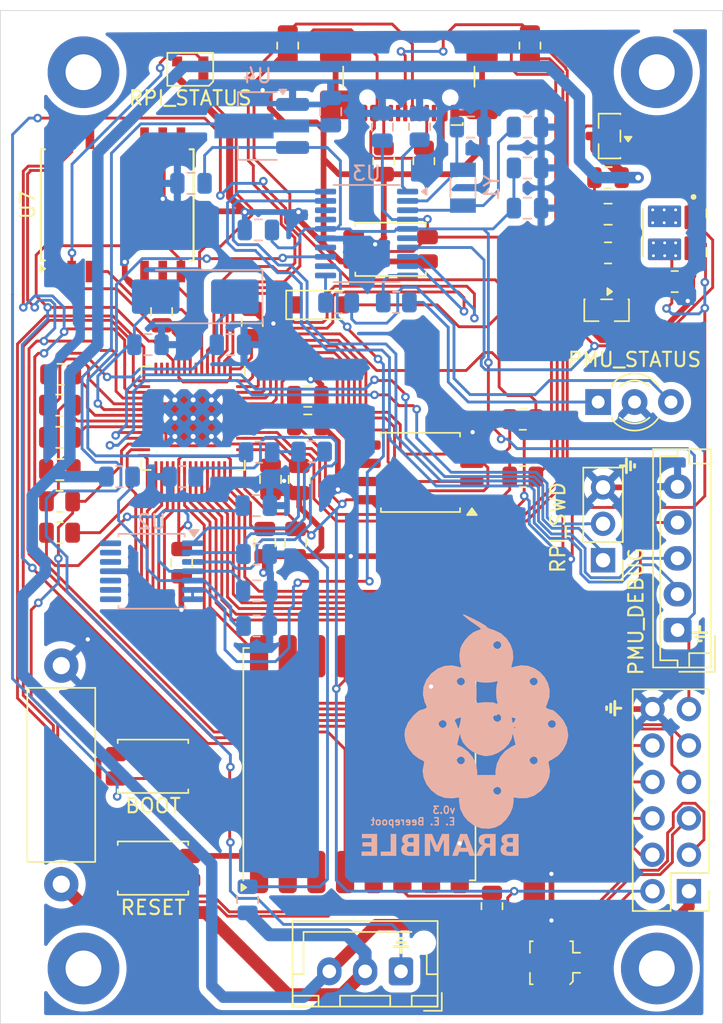
<source format=kicad_pcb>
(kicad_pcb (version 20241229) (generator "pcbnew") (generator_version "9.0")
  (layers (0 "F.Cu" signal) (2 "B.Cu" signal) (13 "F.Paste" user) (15 "B.Paste" user) (5 "F.SilkS" user "F.Silkscreen") (7 "B.SilkS" user "B.Silkscreen") (1 "F.Mask" user) (3 "B.Mask" user) (25 "Edge.Cuts" user))
  (net 0 "")
  (net 1 "GND")
  (net 2 "Net-(Q1-G)")
  (net 3 "Net-(J2-Pin_1)")
  (net 4 "+9V")
  (net 5 "Net-(C11-Pad2)")
  (net 6 "1.2V")
  (net 7 "+3V3")
  (net 8 "/rp2040/RFM_IO5")
  (net 9 "Net-(D2-A)")
  (net 10 "/rp2040/SWDIO")
  (net 11 "/rp2040/MISO")
  (net 12 "/rp2040/SWCLK")
  (net 13 "/rp2040/QSPI_SCK")
  (net 14 "/rp2040/RFM_RST")
  (net 15 "Net-(IC1-XOUT)")
  (net 16 "VBUS")
  (net 17 "/rp2040/RFM_IO3")
  (net 18 "/rp2040/QSPI_CS")
  (net 19 "/rp2040/MOSI")
  (net 20 "/rp2040/SCK")
  (net 21 "/rp2040/D-")
  (net 22 "/rp2040/RFM_IO2")
  (net 23 "Net-(IC1-XIN)")
  (net 24 "/rp2040/~{RESET}")
  (net 25 "/rp2040/RFM_IO1")
  (net 26 "/rp2040/RFM_IO0")
  (net 27 "/rp2040/RX")
  (net 28 "/rp2040/RFM_CS")
  (net 29 "/rp2040/D+")
  (net 30 "/rp2040/RFM_IO4")
  (net 31 "/rp2040/TX")
  (net 32 "/rp2040/USBBOOT")
  (net 33 "Net-(J1-Pin_2)")
  (net 34 "/pmu/NRST")
  (net 35 "Net-(J1-Pin_3)")
  (net 36 "Net-(Q1-D)")
  (net 41 "Net-(J4-D+-PadA6)")
  (net 42 "Net-(J4-CC2)")
  (net 44 "Net-(J4-D--PadA7)")
  (net 46 "Net-(U3-PC14-OSC32_IN)")
  (net 47 "Net-(U3-PC15-OSC32_OUT)")
  (net 48 "GNDPWR")
  (net 49 "Net-(U2A-+)")
  (net 50 "Net-(U2A--)")
  (net 52 "Net-(U2B-+)")
  (net 53 "Net-(U3-PB9-BOOT0)")
  (net 54 "Net-(D1-A1)")
  (net 55 "Net-(D1-A2)")
  (net 62 "/pmu/MEAS_V")
  (net 68 "/rp2040/MT25_CS")
  (net 69 "Net-(J4-CC1)")
  (net 70 "/rp2040/MT25_RESET")
  (net 71 "/rp2040/RGB_LED")
  (net 73 "/rp2040/VALVE_4")
  (net 74 "/rp2040/MOTOR_HI_1")
  (net 75 "/rp2040/MOTOR_LO_1")
  (net 76 "/rp2040/VALVE_3")
  (net 77 "/rp2040/MOTOR_HI_2")
  (net 78 "/rp2040/VALVE_2")
  (net 79 "/rp2040/MOTOR_LO_2")
  (net 80 "/rp2040/VALVE_1")
  (net 81 "Net-(Q2-S)")
  (net 82 "/rp2040/QSPI_D0")
  (net 83 "/rp2040/QSPI_D2")
  (net 84 "/rp2040/QSPI_D1")
  (net 85 "/rp2040/QSPI_D3")
  (net 86 "Net-(Q2-G)")
  (net 87 "Net-(J5-In)")
  (net 88 "Net-(U3-PA5)")
  (net 89 "Net-(U3-PA4)")
  (net 90 "VDD")
  (net 91 "/pmu/3V3_POWER_ON")
  (net 92 "Net-(R10-Pad2)")
  (net 93 "/pmu/MEAS_CURRENT")
  (footprint "Capacitor_SMD:C_0805_2012Metric" (layer "F.Cu") (at 15.1 44.708 180)
    (property "Reference" "C12" (hide yes))
    (property "Value" "1uF")
  )
  (footprint "Capacitor_SMD:C_0805_2012Metric" (layer "F.Cu") (at 29.4 49.8025 -90)
    (property "Reference" "C18" (hide yes))
    (property "Value" "0.1uF" (hide yes))
  )
  (footprint "Package_SO:SOIC-16W-12_7.5x10.3mm_P1.27mm" (layer "F.Cu") (at 19.105 26.25 90)
    (property "Reference" "U7")
    (property "Value" "MT25QL01GBBB8ESF-0SIT" (hide yes))
  )
  (footprint "Capacitor_SMD:C_0805_2012Metric" (layer "F.Cu") (at 22.2 33.7 90)
    (property "Reference" "C21" (hide yes))
    (property "Value" "0.1uF" (hide yes))
  )
  (footprint "Capacitor_SMD:C_0805_2012Metric" (layer "F.Cu") (at 53.35 24.35 180)
    (property "Reference" "R4" (hide yes))
    (property "Value" "10k" (hide yes))
  )
  (footprint "MountingHole:MountingHole_2.5mm_Pad" (layer "F.Cu") (at 56.75 17)
    (property "Reference" "U$3" (hide yes))
    (property "Value" "MOUNTINGHOLE2.5" (hide yes))
  )
  (footprint "RF_Module:HOPERF_RFM9XW_SMD" (layer "F.Cu") (at 36 65.25 90)
    (property "Reference" "U5" (hide yes))
    (property "Value" "RFM95W-915S2")
  )
  (footprint "MountingHole:MountingHole_2.5mm_Pad" (layer "F.Cu") (at 16.75 79.5)
    (property "Reference" "U$2" (hide yes))
    (property "Value" "MOUNTINGHOLE2.5" (hide yes))
  )
  (footprint "RP2040:RP2040-QFN-56" (layer "F.Cu") (at 24.4 41.125 -90)
    (property "Reference" "IC1" (hide yes))
    (property "Value" "RP2040_QFN56" (hide yes))
  )
  (footprint "Connector_JST:JST_XH_B3B-XH-AM_1x03_P2.50mm_Vertical" (layer "F.Cu") (at 38.9 79.7 180)
    (property "Reference" "J2" (hide yes))
    (property "Value" "Conn_01x03_Pin" (hide yes))
  )
  (footprint "Resistor_SMD:R_0805_2012Metric" (layer "F.Cu") (at 15.1575 38.07)
    (property "Reference" "R17" (hide yes))
    (property "Value" "1k")
  )
  (footprint "Bramble:VREG_TPSM861253RDXR" (layer "F.Cu") (at 57.965 28.2 -90)
    (property "Reference" "VR1" (hide yes))
    (property "Value" "TPSM861253RDXR" (hide yes))
  )
  (footprint "LED_THT:LED_D3.0mm-3" (layer "F.Cu") (at 52.66 40)
    (property "Reference" "PMU_STATUS")
    (property "Value" "LED_Dual_AKA" (hide yes))
  )
  (footprint "Capacitor_SMD:C_0805_2012Metric" (layer "F.Cu") (at 31.55 49.8 -90)
    (property "Reference" "C19" (hide yes))
    (property "Value" "1uF")
  )
  (footprint "Connector_PinHeader_2.54mm:PinHeader_2x06_P2.54mm_Vertical" (layer "F.Cu") (at 58.99 74.11 180)
    (property "Reference" "J6" (hide yes))
    (property "Value" "Conn_02x06_Odd_Even" (hide yes))
  )
  (footprint "Button_Switch_SMD:SW_SPST_EVQP2_MiddlePushTravel_H2.5mm" (layer "F.Cu") (at 21.6 72.5 180)
    (property "Reference" "RESET")
    (property "Value" "RESET" (hide yes))
  )
  (footprint "MountingHole:MountingHole_2.5mm_Pad" (layer "F.Cu") (at 16.75 17)
    (property "Reference" "U$4" (hide yes))
    (property "Value" "MOUNTINGHOLE2.5" (hide yes))
  )
  (footprint "Connector_USB:USB_C_Receptacle_GCT_USB4110" (layer "F.Cu") (at 39.45 16.17 180)
    (property "Reference" "J4" (hide yes))
    (property "Value" "USB_C_Receptacle_USB2.0_16P" (hide yes))
  )
  (footprint "Capacitor_SMD:C_0805_2012Metric" (layer "F.Cu") (at 32.4 41.6)
    (property "Reference" "C20" (hide yes))
    (property "Value" "0.1uF")
  )
  (footprint "Connector_Coaxial:U.FL_Molex_MCRF_73412-0110_Vertical" (layer "F.Cu") (at 49.4 79.1 -90)
    (property "Reference" "J5" (hide yes))
    (property "Value" "U.FL" (hide yes))
  )
  (footprint "Package_TO_SOT_SMD:SOT-23" (layer "F.Cu") (at 53.25 33.6 -90)
    (property "Reference" "Q1" (hide yes))
    (property "Value" "DMN3300U" (hide yes))
  )
  (footprint "Resistor_SMD:R_0805_2012Metric" (layer "F.Cu") (at 47.9 15.15 -90)
    (property "Reference" "R22" (hide yes))
    (property "Value" "22 ohm" (hide yes))
  )
  (footprint "Resistor_SMD:R_0805_2012Metric" (layer "F.Cu") (at 37.7 23.2 90)
    (property "Reference" "R23" (hide yes))
    (property "Value" "5.1K" (hide yes))
  )
  (footprint "Capacitor_SMD:C_0805_2012Metric" (layer "F.Cu") (at 31.8 45.4 90)
    (property "Reference" "C14" (hide yes))
    (property "Value" "0.1uF")
  )
  (footprint "Package_SO:SOIC-8_5.3x5.3mm_P1.27mm" (layer "F.Cu") (at 40.2625 44.9075 180)
    (property "Reference" "U6" (hide yes))
    (property "Value" "W25Q16JVSS" (hide yes))
  )
  (footprint "Connector_PinHeader_2.54mm:PinHeader_1x03_P2.54mm_Vertical" (layer "F.Cu") (at 53 51.03 180)
    (property "Reference" "J3" (hide yes))
    (property "Value" "Conn_01x03" (hide yes))
  )
  (footprint "Capacitor_SMD:C_0805_2012Metric" (layer "F.Cu") (at 32.4 39.6 180)
    (property "Reference" "C13" (hide yes))
    (property "Value" "0.1uF")
  )
  (footprint "Capacitor_SMD:C_0805_2012Metric" (layer "F.Cu") (at 53.35 26.9)
    (property "Reference" "R3" (hide yes))
    (property "Value" "100k" (hide yes))
  )
  (footprint "Capacitor_SMD:C_0805_2012Metric" (layer "F.Cu") (at 28.525 34.45 90)
    (property "Reference" "C16" (hide yes))
    (property "Value" "1uF")
  )
  (footprint "Connector_JST:JST_EH_B5B-EH-A_1x05_P2.50mm_Vertical" (layer "F.Cu") (at 58.2 55.9 90)
    (property "Reference" "PMU_DEBUG")
    (property "Value" "Conn_01x05_Pin" (hide yes))
  )
  (footprint "Resistor_SMD:R_0805_2012Metric" (layer "F.Cu") (at 53.35 29.6 180)
    (property "Reference" "R1" (hide yes))
    (property "Value" "100" (hide yes))
  )
  (footprint "Button_Switch_SMD:SW_SPST_EVQP2_MiddlePushTravel_H2.5mm" (layer "F.Cu") (at 21.6 65.4 180)
    (property "Reference" "BOOT")
    (property "Value" "BOOT" (hide yes))
  )
  (footprint "MountingHole:MountingHole_2.5mm_Pad" (layer "F.Cu") (at 56.75 79.5)
    (property "Reference" "U$1" (hide yes))
    (property "Value" "MOUNTINGHOLE2.5" (hide yes))
  )
  (footprint "Capacitor_SMD:C_0805_2012Metric" (layer "F.Cu") (at 15.1 40.216 180)
    (property "Reference" "C17" (hide yes))
    (property "Value" "1uF")
  )
  (footprint "LED_SMD:LED_WS2812B-2020_PLCC4_2.0x2.0mm" (layer "F.Cu") (at 24.2 16.8 180)
    (property "Reference" "RPI_STATUS")
    (property "Value" "WS2812B_SK6805_1515" (hide yes))
  )
  (footprint "Resistor_SMD:R_0805_2012Metric" (layer "F.Cu") (at 47.4 41.2)
    (property "Reference" "R25" (hide yes))
    (property "Value" "10K")
  )
  (footprint "Resistor_SMD:R_0805_2012Metric" (layer "F.Cu") (at 31 15.15 -90)
    (property "Reference" "R21" (hide yes))
    (property "Value" "22 ohm" (hide yes))
  )
  (footprint "Resistor_SMD:R_0805_2012Metric" (layer "F.Cu") (at 58 31.6)
    (property "Reference" "R2" (hide yes))
    (property "Value" "10k" (hide yes))
  )
  (footprint "Button_Switch_SMD:SW_SPST_EVQP2_MiddlePushTravel_H2.5mm" (layer "F.Cu") (at 38.175 29.35)
    (property "Reference" "SW1" (hide yes))
    (property "Value" "STM_RESET")
  )
  (footprint "Resistor_SMD:R_0805_2012Metric" (layer "F.Cu") (at 45.25 75.15 -90)
    (property "Reference" "R19" (hide yes))
    (property "Value" "10K")
  )
  (footprint "Resistor_SMD:R_0805_2012Metric" (layer "F.Cu") (at 47.4 45.2)
    (property "Reference" "R18" (hide yes))
    (property "Value" "1K")
  )
  (footprint "Resistor_SMD:R_0805_2012Metric" (layer "F.Cu") (at 15.08 49.11 180)
    (property "Reference" "R20" (hide yes))
    (property "Value" "10K" (hide yes))
  )
  (footprint "Resistor_THT:R_Axial_DIN0414_L11.9mm_D4.5mm_P15.24mm_Horizontal" (layer "F.Cu") (at 15.2 58.38 -90)
    (property "Reference" "R8" (hide yes))
    (property "Value" "0.1")
  )
  (footprint "Package_TO_SOT_SMD:SOT-23" (layer "F.Cu") (at 53.45 21.45 180)
    (property "Reference" "Q2" (hide yes))
    (property "Value" "FDN360P")
  )
  (footprint "Capacitor_SMD:C_0805_2012Metric" (layer "F.Cu") (at 23.6 51.2 -90)
    (property "Reference" "C23" (hide yes))
    (property "Value" "1uF" (hide yes))
  )
  (footprint "Capacitor_SMD:C_0805_2012Metric" (layer "F.Cu") (at 15.1 42.462)
    (property "Reference" "C9" (hide yes))
    (property "Value" "0.1uF" (hide yes))
  )
  (footprint "Capacitor_SMD:C_0805_2012Metric" (layer "F.Cu") (at 29.8 45.4 -90)
    (property "Reference" "C22" (hide yes))
    (property "Value" "0.1uF")
  )
  (footprint "Resistor_SMD:R_0805_2012Metric" (layer "F.Cu") (at 15.08 46.924)
    (property "Reference" "R16" (hide yes))
    (property "Value" "10K")
  )
  (footprint "Resistor_SMD:R_0805_2012Metric" (layer "F.Cu") (at 40.5 23.2 90)
    (property "Reference" "R24" (hide yes))
    (property "Value" "5.1K" (hide yes))
  )
  (footprint "Diode_SMD:D_SOD-123" (layer "F.Cu") (at 33.25 33.225)
    (property "Reference" "D2" (hide yes))
    (property "Value" "1N4148W" (hide yes))
  )
  (footprint "Resistor_SMD:R_0805_2012Metric" (layer "B.Cu") (at 29 43.5)
    (property "Reference" "R10" (hide yes))
    (property "Value" "1k")
  )
  (footprint "Resistor_SMD:R_0805_2012Metric" (layer "B.Cu") (at 38.575 33.05 180)
    (property "Reference" "R13" (hide yes))
    (property "Value" "150")
  )
  (footprint "Capacitor_SMD:C_0805_2012Metric" (layer "B.Cu") (at 43.75 20.825)
    (property "Reference" "C7" (hide yes))
    (property "Value" "10pF")
  )
  (footprint "Package_SO:TSSOP-20_4.4x6.5mm_P0.65mm" (layer "B.Cu") (at 36.5 28.25 180)
    (property "Reference" "U3")
    (property "Value" "STM32L031F6P6TR")
  )
  (footprint "Crystal:Crystal_SMD_Abracon_ABM3-2Pin_5.0x3.2mm_HandSoldering" (layer "B.Cu") (at 24.55 32.65 180)
    (property "Reference" "Y2" (hide yes))
    (property "Value" "Crystal")
  )
  (footprint "Capacitor_SMD:C_0805_2012Metric" (layer "B.Cu") (at 47.73 23.676667)
    (property "Reference" "C3" (hide yes))
    (property "Value" "100nF")
  )
  (footprint "Capacitor_SMD:C_0805_2012Metric" (layer "B.Cu") (at 28.84 53.17)
    (property "Reference" "TPS_C_OUT1" (hide yes))
    (property "Value" "22uF")
  )
  (footprint "Package_SO:TSSOP-14_4.4x5mm_P0.65mm" (layer "B.Cu") (at 21.5 51.8 180)
    (property "Reference" "U2")
    (property "Value" "Opamp_Quad")
  )
  (footprint "Resistor_SMD:R_0805_2012Metric" (layer "B.Cu") (at 28.83 55.61 180)
    (property "Reference" "R12" (hide yes))
    (property "Value" "8.2k")
  )
  (footprint "Capacitor_SMD:C_0805_2012Metric" (layer "B.Cu") (at 47.725 20.825)
    (property "Reference" "C8" (hide yes))
    (property "Value" "10pF")
  )
  (footprint "Capacitor_SMD:C_0805_2012Metric" (layer "B.Cu") (at 21.25 36 180)
    (property "Reference" "C10" (hide yes))
    (property "Value" "8pF")
  )
  (footprint "Resistor_SMD:R_0805_2012Metric" (layer "B.Cu") (at 32.66 43.46 180)
    (property "Reference" "R9" (hide yes))
    (property "Value" "10k")
  )
  (footprint "Resistor_SMD:R_0805_2012Metric" (layer "B.Cu") (at 19.26 45.2 180)
    (property "Reference" "R11" (hide yes))
    (property "Value" "20k")
  )
  (footprint "Crystal:Crystal_SMD_3215-2Pin_3.2x1.5mm" (layer "B.Cu") (at 43.225 25.0525 90)
    (property "Reference" "Y1")
    (property "Value" "Crystal")
  )
  (footprint "Resistor_SMD:R_0805_2012Metric" (layer "B.Cu") (at 23.67 45.2 180)
    (property "Reference" "R6" (hide yes))
    (property "Value" "100")
  )
  (footprint "Package_TO_SOT_SMD:SOT-89-3_Handsoldering" (layer "B.Cu") (at 28.8875 20.75 180)
    (property "Reference" "U4")
    (property "Value" "MCP1700x-120xxMB")
  )
  (footprint "Capacitor_SMD:C_0805_2012Metric" (layer "B.Cu") (at 24.25 24.75)
    (property "Reference" "C5" (hide yes))
    (property "Value" "1uF")
  )
  (footprint "Capacitor_SMD:C_0805_2012Metric" (layer "B.Cu") (at 28.8 47.225)
    (property "Reference" "TPS_C_IN1" (hide yes))
    (property "Value" "10uF")
  )
  (footprint "Resistor_SMD:R_0805_2012Metric" (layer "B.Cu") (at 34.55 33.075 180)
    (property "Reference" "R14" (hide yes))
    (property "Value" "150")
  )
  (footprint "Bramble:bramble logo" (layer "B.Cu") (at 44.9 61.9 180)
    (property "Reference" "G***")
    (property "Value" "LOGO" (hide yes))
  )
  (footprint "Resistor_SMD:R_0805_2012Metric" (layer "B.Cu") (at 28.2 74.71 -90)
    (property "Reference" "R5" (hide yes))
    (property "Value" "1k")
  )
  (footprint "Capacitor_SMD:C_0805_2012Metric" (layer "B.Cu") (at 37.6 20.82 -90)
    (property "Reference" "C6" (hide yes))
    (property "Value" "100nF")
  )
  (footprint "Resistor_SMD:R_0805_2012Metric" (layer "B.Cu") (at 40.2 20.8 90)
    (property "Reference" "R15" (hide yes))
    (property "Value" "10k")
  )
  (footprint "Capacitor_SMD:C_0805_2012Metric" (layer "B.Cu") (at 47.73 26.478333)
    (property "Reference" "C1" (hide yes))
    (property "Value" "4.7uF")
  )
  (footprint "Resistor_SMD:R_0805_2012Metric" (layer "B.Cu") (at 28.825 50.6 180)
    (property "Reference" "R7" (hide yes))
    (property "Value" "1k")
  )
  (footprint "Capacitor_SMD:C_0805_2012Metric" (layer "B.Cu") (at 34 19.75 -90)
    (property "Reference" "C4" (hide yes))
    (property "Value" "1uF")
  )
  (footprint "Capacitor_SMD:C_0805_2012Metric" (layer "B.Cu") (at 28.95 28 180)
    (property "Reference" "C2" (hide yes))
    (property "Value" "100nF")
  )
  (footprint "Capacitor_SMD:C_0805_2012Metric" (layer "B.Cu") (at 27 36 180)
    (property "Reference" "C11" (hide yes))
    (property "Value" "8pF")
  )
  (gr_rect (start 10.95 12.7) (end 61.35 83.35) (stroke (width 0.05)) (fill no) (layer "Edge.Cuts"))
  (gr_text "⏚" (at 53.7 61.35 270) (layer "F.SilkS") (effects (font (size 1 1) (thickness 0.2) (bold yes))))
  (gr_text "⏚" (at 59.75 56.2 0) (layer "F.SilkS") (effects (font (size 1 1) (thickness 0.2) (bold yes))))
  (gr_text "⏚" (at 54.75 44.45 90) (layer "F.SilkS") (effects (font (size 1 1) (thickness 0.2) (bold yes))))
  (gr_text "RPI_SWD" (at 49.85 48.75 90) (layer "F.SilkS") (effects (font (size 1 1))))
  (gr_text "⏚" (at 38.9 77.85 180) (layer "F.SilkS") (effects (font (size 1 1) (thickness 0.2) (bold yes))))
  (gr_text "BRAMBLE" (at 47.3 71.9 0) (layer "B.SilkS") (effects (font (size 1.5 1.5) (thickness 0.3) (bold yes)) (justify left bottom mirror)))
  (gr_text "v0.3\nE. E. Beerepoot" (at 42.75 69.55 0) (layer "B.SilkS") (effects (font (size 0.5 0.5) (thickness 0.1)) (justify left bottom mirror)))
  (segment (start 37.7 28.5) (end 37.7 24.1125) (width 0.4) (layer "F.Cu") (net 1))
  (segment (start 33.351 50.099) (end 32.7 50.75) (width 0.4) (layer "F.Cu") (net 1))
  (segment (start 33.351 48.851) (end 33.351 50.099) (width 0.4) (layer "F.Cu") (net 1))
  (segment (start 43.9 42.9525) (end 43.85 43.0025) (width 0.4) (layer "F.Cu") (net 1))
  (segment (start 58.9125 31.6) (end 58.9125 32.95) (width 0.4) (layer "F.Cu") (net 1))
  (segment (start 29.4 51.8) (end 29.3 51.9) (width 0.4) (layer "F.Cu") (net 1))
  (segment (start 32.7 50.75) (end 35.4 50.75) (width 0.4) (layer "F.Cu") (net 1))
  (segment (start 42.7875 24.1125) (end 40.5 24.1125) (width 0.4) (layer "F.Cu") (net 1))
  (segment (start 21.075 71.65) (end 27.875 71.65) (width 0.4) (layer "F.Cu") (net 1))
  (segment (start 58.9125 33.1875) (end 56.424 35.676) (width 0.4) (layer "F.Cu") (net 1))
  (segment (start 14.15 42.462) (end 14.15 44.708) (width 0.4) (layer "F.Cu") (net 1))
  (segment (start 34.915 19.85) (end 34.34 19.275) (width 0.4) (layer "F.Cu") (net 1))
  (segment (start 43 70.775) (end 43 72.775) (width 0.4) (layer "F.Cu") (net 1))
  (segment (start 31.8 46.35) (end 31.6 46.35) (width 0.4) (layer "F.Cu") (net 1))
  (segment (start 27.875 71.65) (end 29 72.775) (width 0.4) (layer "F.Cu") (net 1))
  (segment (start 33.5 21) (end 33.5 21.4) (width 0.4) (layer "F.Cu") (net 1))
  (segment (start 15.2 58.38) (end 21.37 64.55) (width 0.4) (layer "F.Cu") (net 1))
  (segment (start 37.7 24.1125) (end 40.5 24.1125) (width 0.4) (layer "F.Cu") (net 1))
  (segment (start 50.9 79.1) (end 50.875 79.1) (width 0.4) (layer "F.Cu") (net 1))
  (segment (start 29.8 46.35) (end 31.8 46.35) (width 0.4) (layer "F.Cu") (net 1))
  (segment (start 23.15 26.7) (end 22.28 25.83) (width 0.4) (layer "F.Cu") (net 1))
  (segment (start 19.628554 31.270554) (end 19.9 31.542) (width 0.4) (layer "F.Cu") (net 1))
  (segment (start 49.4 76.15) (end 49.4 77.625) (width 0.4) (layer "F.Cu") (net 1))
  (segment (start 31.55 50.75) (end 32.7 50.75) (width 0.4) (layer "F.Cu") (net 1))
  (segment (start 31.75 27.24148) (end 31.75 26.75) (width 0.4) (layer "F.Cu") (net 1))
  (segment (start 58.15 45.95) (end 58.2 45.9) (width 0.4) (layer "F.Cu") (net 1))
  (segment (start 33 20.5) (end 33.5 21) (width 0.4) (layer "F.Cu") (net 1))
  (segment (start 41 57.725) (end 41 59.84) (width 0.4) (layer "F.Cu") (net 1))
  (segment (start 23.58 54.49) (end 23.58 52.17) (width 0.4) (layer "F.Cu") (net 1))
  (segment (start 32.95 38.4) (end 32.6 38.4) (width 0.4) (layer "F.Cu") (net 1))
  (segment (start 50.11 61.41) (end 56.45 61.41) (width 0.4) (layer "F.Cu") (net 1))
  (segment (start 33.5 23.05) (end 33.5 28.99148) (width 0.4) (layer "F.Cu") (net 1))
  (segment (start 14.15 42.462) (end 14.15 40.216) (width 0.4) (layer "F.Cu") (net 1))
  (segment (start 34.5 46.1) (end 34.5 42.75) (width 0.4) (layer "F.Cu") (net 1))
  (segment (start 59.3025 29.5625) (end 59.3025 31.21) (width 0.4) (layer "F.Cu") (net 1))
  (segment (start 50.875 79.1) (end 49.4 80.575) (width 0.4) (layer "F.Cu") (net 1))
  (segment (start 35.4 50.75) (end 45.19272 50.75) (width 0.4) (layer "F.Cu") (net 1))
  (segment (start 59.3025 31.21) (end 58.9125 31.6) (width 0.4) (layer "F.Cu") (net 1))
  (segment (start 44.56 22.34) (end 42.7875 24.1125) (width 0.4) (layer "F.Cu") (net 1))
  (segment (start 16.53016 36.999) (end 15.53484 36.999) (width 0.2) (layer "F.Cu") (net 1))
  (segment (start 19.025 64.55) (end 21.37 64.55) (width 0.4) (layer "F.Cu") (net 1))
  (segment (start 21.37 64.55) (end 24.175 64.55) (width 0.4) (layer "F.Cu") (net 1))
  (segment (start 34.34 19.275) (end 34.34 15.345) (width 0.4) (layer "F.Cu") (net 1))
  (segment (start 23.285 17.35) (end 26.951 21.016) (width 0.5) (layer "F.Cu") (net 1))
  (segment (start 30 34.522792) (end 29.547792 34.522792) (width 0.4) (layer "F.Cu") (net 1))
  (segment (start 35.6 30.2) (end 34.70852 30.2) (width 0.4) (layer "F.Cu") (net 1))
  (segment (start 37.1 29) (end 37.3 29) (width 0.4) (layer "F.Cu") (net 1))
  (segment (start 17.09905 37.56789) (end 16.53016 36.999) (width 0.2) (layer "F.Cu") (net 1))
  (segment (start 19.628554 30.228554) (end 19.628554 31.270554) (width 0.4) (layer "F.Cu") (net 1))
  (segment (start 18.8731 40.125) (end 17.09905 38.35095) (width 0.2) (layer "F.Cu") (net 1))
  (segment (start 33.5 20.115) (end 34.34 19.275) (width 0.4) (layer "F.Cu") (net 1))
  (segment (start 17.8 71) (end 17.8 64.95) (width 0.4) (layer "F.Cu") (net 1))
  (segment (start 33.5 21.4) (end 33.5 20.115) (width 0.4) (layer "F.Cu") (net 1))
  (segment (start 18.2 64.55) (end 19.025 64.55) (width 0.4) (layer "F.Cu") (net 1))
  (segment (start 35.6 30.2) (end 40.75 30.2) (width 0.4) (layer "F.Cu") (net 1))
  (segment (start 37.75 28.55) (end 37.7 28.5) (width 0.4) (layer "F.Cu") (net 1))
  (segment (start 31.55 50.75) (end 29.4025 50.75) (width 0.4) (layer "F.Cu") (net 1))
  (segment (start 23.4 40.125) (end 24.4 41.125) (width 0.2) (layer "F.Cu") (net 1))
  (segment (start 30.75 20.5) (end 33 20.5) (width 0.4) (layer "F.Cu") (net 1))
  (segment (start 33.5 21.4) (end 33.5 23.05) (width 0.4) (layer "F.Cu") (net 1))
  (segment (start 34.70852 30.2) (end 33.5 28.99148) (width 0.4) (layer "F.Cu") (net 1))
  (segment (start 17.8 64.95) (end 18.2 64.55) (width 0.4) (layer "F.Cu") (net 1))
  (segment (start 29.4 50.7525) (end 29.4 51.8) (width 0.4) (layer "F.Cu") (net 1))
  (segment (start 31.8 47.3) (end 33.351 48.851) (width 0.4) (layer "F.Cu") (net 1))
  (segment (start 28 26.75) (end 27.95 26.7) (width 0.4) (layer "F.Cu") (net 1))
  (segment (start 15.53484 36.999) (end 15.1 37.43384) (width 0.2) (layer "F.Cu") (net 1))
  (segment (start 26.951 25.701) (end 28 26.75) (width 0.5) (layer "F.Cu") (net 1))
  (segment (start 33.35 38.8) (end 32.95 38.4) (width 0.4) (layer "F.Cu") (net 1))
  (segment (start 18.45 71.65) (end 17.8 71) (width 0.4) (layer "F.Cu") (net 1))
  (segment (start 33.35 39.6) (end 33.35 38.8) (width 0.4) (layer "F.Cu") (net 1))
  (segment (start 31.8 46.35) (end 31.8 47.3) (width 0.4) (layer "F.Cu") (net 1))
  (segment (start 15.1 37.43384) (end 15.1 39.75) (width 0.2) (layer "F.Cu") (net 1))
  (segment (start 49.4 60.7) (end 50.11 61.41) (width 0.4) (layer "F.Cu") (net 1))
  (segment (start 19.025 71.65) (end 24.175 71.65) (width 0.4) (layer "F.Cu") (net 1))
  (segment (start 52.3 35.108388) (end 52.867612 35.676) (width 0.4) (layer "F.Cu") (net 1))
  (segment (start 49.425 77.625) (end 50.9 79.1) (width 0.4) (layer "F.Cu") (net 1))
  (segment (start 29.25 18.25) (end 29.75 18.25) (width 0.4) (layer "F.Cu") (net 1))
  (segment (start 19.025 71.65) (end 18.45 71.65) (width 0.4) (layer "F.Cu") (net 1))
  (segment (start 43.9 42.1) (end 43.9 42.9525) (width 0.4) (layer "F.Cu") (net 1))
  (segment (start 29.4025 50.75) (end 29.4 50.7525) (width 0.4) (layer "F.Cu") (net 1))
  (segment (start 17.09905 38.35095) (end 17.09905 37.56789) (width 0.2) (layer "F.Cu") (net 1))
  (segment (start 17.03 56.55) (end 17.05 56.55) (width 0.4) (layer "F.Cu") (net 1))
  (segment (start 31.6 46.35) (end 30.75 45.5) (width 0.4) (layer "F.Cu") (net 1))
  (segment (start 49.4 54.95728) (end 49.4 60.7) (width 0.4) (layer "F.Cu") (net 1))
  (segment (start 53 45.95) (end 58.15 45.95) (width 0.4) (layer "F.Cu") (net 1))
  (segment (start 34.5 42.75) (end 33.35 41.6) (width 0.4) (layer "F.Cu") (net 1))
  (segment (start 23.6 52.15) (end 23.56 52.15) (width 0.4) (layer "F.Cu") (net 1))
  (segment (start 27.95 26.7) (end 23.15 26.7) (width 0.4) (layer "F.Cu") (net 1))
  (segment (start 52.3 32.6625) (end 52.3 35.108388) (width 0.4) (layer "F.Cu") (net 1))
  (segment (start 26.951 21.016) (end 26.951 25.701) (width 0.5) (layer "F.Cu") (net 1))
  (segment (start 29.547792 34.522792) (end 28.525 33.5) (width 0.4) (layer "F.Cu") (net 1))
  (segment (start 20.9625 40.125) (end 23.4 40.125) (width 0.2) (layer "F.Cu") (net 1))
  (segment (start 45.19272 50.75) (end 49.4 54.95728) (width 0.4) (layer "F.Cu") (net 1))
  (segment (start 58.9125 32.95) (end 58.9125 33.1875) (width 0.4) (layer "F.Cu") (net 1))
  (segment (start 42.65 19.85) (end 43.985 19.85) (width 0.4) (layer "F.Cu") (net 1))
  (segment (start 44.56 15.345) (end 44.56 19.275) (width 0.4) (layer "F.Cu") (net 1))
  (segment (start 29.75 19.5) (end 30.75 20.5) (width 0.4) (layer "F.Cu") (net 1))
  (segment (start 29.75 18.25) (end 29.75 19.5) (width 0.4) (layer "F.Cu") (net 1))
  (segment (start 14.634 40.216) (end 14.15 40.216) (width 0.2) (layer "F.Cu") (net 1))
  (segment (start 56.424 35.676) (end 52.867612 35.676) (width 0.4) (layer "F.Cu") (net 1))
  (segment (start 20.9625 40.125) (end 18.8731 40.125) (width 0.2) (layer "F.Cu") (net 1))
  (segment (start 23.58 52.17) (end 23.6 52.15) (width 0.4) (layer "F.Cu") (net 1))
  (segment (start 45.11484 15.899) (end 44.799 16.21484) (width 0.2) (layer "F.Cu") (net 1))
  (segment (start 15.2 58.38) (end 17.03 56.55) (width 0.4) (layer "F.Cu") (net 1))
  (segment (start 49.4 77.625) (end 49.425 77.625) (width 0.4) (layer "F.Cu") (net 1))
  (segment (start 15.1 39.75) (end 14.634 40.216) (width 0.2) (layer "F.Cu") (net 1))
  (segment (start 21.108 32.75) (end 22.2 32.75) (width 0.5) (layer "F.Cu") (net 1))
  (segment (start 22.28 25.83) (end 22.28 21.6) (width 0.4) (layer "F.Cu") (net 1))
  (segment (start 49.4 76.15) (end 49.4 72.9) (width 0.4) (layer "F.Cu") (net 1))
  (segment (start 19.9 31.542) (end 21.108 32.75) (width 0.5) (layer "F.Cu") (net 1))
  (segment (start 36.25 19.85) (end 34.915 19.85) (width 0.4) (layer "F.Cu") (net 1))
  (segment (start 37.7 24.1125) (end 34.5625 24.1125) (width 0.4) (layer "F.Cu") (net 1))
  (segment (start 33.35 39.6) (end 33.35 41.6) (width 0.4) (layer "F.Cu") (net 1))
  (segment (start 37.3 29) (end 37.75 28.55) (width 0.4) (layer "F.Cu") (net 1))
  (segment (start 33.5 28.99148) (end 31.75 27.24148) (width 0.4) (layer "F.Cu") (net 1))
  (segment (start 34.5625 24.1125) (end 33.5 23.05) (width 0.4) (layer "F.Cu") (net 1))
  (segment (start 44.56 19.275) (end 44.56 22.34) (width 0.4) (layer "F.Cu") (net 1))
  (segment (start 43.985 19.85) (end 44.56 19.275) (width 0.4) (layer "F.Cu") (net 1))
  (via (at 22.28 25.83) (size 0.6) (drill 0.3) (layers "F.Cu" "B.Cu") (net 1))
  (via (at 41 59.84) (size 0.6) (drill 0.3) (layers "F.Cu" "B.Cu") (net 1))
  (via (at 49.4 72.9) (size 0.6) (drill 0.3) (layers "F.Cu" "B.Cu") (net 1))
  (via (at 43 70.775) (size 0.6) (drill 0.3) (layers "F.Cu" "B.Cu") (net 1))
  (via (at 34.5 46.1) (size 0.6) (drill 0.3) (layers "F.Cu" "B.Cu") (net 1))
  (via (at 43.9 42.1) (size 0.6) (drill 0.3) (layers "F.Cu" "B.Cu") (net 1))
  (via (at 29.25 18.25) (size 0.6) (drill 0.3) (layers "F.Cu" "B.Cu") (net 1))
  (via (at 23.58 54.49) (size 0.6) (drill 0.3) (layers "F.Cu" "B.Cu") (net 1))
  (via (at 29.3 51.9) (size 0.6) (drill 0.3) (layers "F.Cu" "B.Cu") (net 1))
  (via (at 30.75 45.5) (size 0.6) (drill 0.3) (layers "F.Cu" "B.Cu") (net 1))
  (via (at 58.9125 32.95) (size 0.6) (drill 0.3) (layers "F.Cu" "B.Cu") (net 1))
  (via (at 31.75 26.75) (size 0.6) (drill 0.3) (layers "F.Cu" "B.Cu") (net 1))
  (via (at 17.05 56.55) (size 0.6) (drill 0.3) (layers "F.Cu" "B.Cu") (net 1))
  (via (at 35.4 50.75) (size 0.6) (drill 0.3) (layers "F.Cu" "B.Cu") (net 1))
  (via (at 19.628554 30.228554) (size 0.6) (drill 0.3) (layers "F.Cu" "B.Cu") (net 1))
  (via (at 37.1 29) (size 0.6) (drill 0.3) (layers "F.Cu" "B.Cu") (net 1))
  (via (at 30 34.522792) (size 0.6) (drill 0.3) (layers "F.Cu" "B.Cu") (net 1))
  (via (at 49.4 76.15) (size 0.6) (drill 0.3) (layers "F.Cu" "B.Cu") (net 1))
  (via (at 28 26.75) (size 0.6) (drill 0.3) (layers "F.Cu" "B.Cu") (net 1))
  (via (at 32.6 38.4) (size 0.6) (drill 0.3) (layers "F.Cu" "B.Cu") (net 1))
  (segment (start 28 26.75) (end 31.75 26.75) (width 0.4) (layer "B.Cu") (net 1))
  (segment (start 33.6645 28.602) (end 33.6375 28.575) (width 0.4) (layer "B.Cu") (net 1))
  (segment (start 19.8 51.8) (end 18.6375 51.8) (width 0.4) (layer "B.Cu") (net 1))
  (segment (start 29.7 50.6) (end 29.7375 50.6) (width 0.4) (layer "B.Cu") (net 1))
  (segment (start 28 26.75) (end 28 28) (width 0.4) (layer "B.Cu") (net 1))
  (segment (start 22.49 54.49) (end 19.8 51.8) (width 0.4) (layer "B.Cu") (net 1))
  (segment (start 36.702 28.602) (end 33.6645 28.602) (width 0.4) (layer "B.Cu") (net 1))
  (segment (start 37.1 29) (end 36.702 28.602) (width 0.4) (layer "B.Cu") (net 1))
  (segment (start 33.55 19.25) (end 34 18.8) (width 0.4) (layer "B.Cu") (net 1))
  (segment (start 25.675 39.85) (end 25.65 39.85) (width 0.8) (layer "B.Cu") (net 1))
  (segment (start 31.3375 19.25) (end 33.55 19.25) (width 0.4) (layer "B.Cu") (net 1))
  (segment (start 23.58 54.49) (end 22.49 54.49) (width 0.4) (layer "B.Cu") (net 1))
  (segment (start 54.2625 29.6) (end 54.2625 31.55) (width 0.2) (layer "F.Cu") (net 2))
  (segment (start 54.9125 32.2) (end 54.2625 31.55) (width 0.2) (layer "F.Cu") (net 2))
  (segment (start 54.2625 31.55) (end 54.2625 32.6) (width 0.2) (layer "F.Cu") (net 2))
  (segment (start 57.0875 32.2) (end 54.9125 32.2) (width 0.2) (layer "F.Cu") (net 2))
  (segment (start 54.2625 32.6) (end 54.2 32.6625) (width 0.2) (layer "F.Cu") (net 2))
  (segment (start 26.95 65.5) (end 27 65.45) (width 0.2) (layer "F.Cu") (net 3))
  (segment (start 27 70.7) (end 26.95 70.65) (width 0.2) (layer "F.Cu") (net 3))
  (segment (start 26.95 70.65) (end 26.95 65.5) (width 0.2) (layer "F.Cu") (net 3))
  (via (at 27 70.7) (size 0.6) (drill 0.3) (layers "F.Cu" "B.Cu") (net 3))
  (via (at 27 65.45) (size 0.6) (drill 0.3) (layers "F.Cu" "B.Cu") (net 3))
  (segment (start 17.201 46.201) (end 17.2 46.2) (width 0.2) (layer "B.Cu") (net 3))
  (segment (start 31.1 20.6) (end 20.75 20.6) (width 0.2) (layer "B.Cu") (net 3))
  (segment (start 19.359 45.88516) (end 19.04316 46.201) (width 0.2) (layer "B.Cu") (net 3))
  (segment (start 34 20.7) (end 31.3 20.7) (width 0.2) (layer "B.Cu") (net 3))
  (segment (start 38.27584 76.42584) (end 38.9 77.05) (width 0.2) (layer "B.Cu") (net 3))
  (segment (start 18.7 36.2329) (end 16.649 38.2839) (width 0.2) (layer "B.Cu") (net 3))
  (segment (start 31.25 20.75) (end 31.1 20.6) (width 0.2) (layer "B.Cu") (net 3))
  (segment (start 19.04316 46.201) (end 17.201 46.201) (width 0.2) (layer "B.Cu") (net 3))
  (segment (start 31.3 20.7) (end 31.25 20.75) (width 0.2) (layer "B.Cu") (net 3))
  (segment (start 16.649 43.249) (end 17.599 44.199) (width 0.2) (layer "B.Cu") (net 3))
  (segment (start 20.75 20.6) (end 18.7 22.65) (width 0.2) (layer "B.Cu") (net 3))
  (segment (start 14.15 49.35) (end 15.6 50.8) (width 0.2) (layer "B.Cu") (net 3))
  (segment (start 14.7 46.2) (end 14.15 46.75) (width 0.2) (layer "B.Cu") (net 3))
  (segment (start 27 64.6) (end 27 65.45) (width 0.2) (layer "B.Cu") (net 3))
  (segment (start 15.6 53.2) (end 27 64.6) (width 0.2) (layer "B.Cu") (net 3))
  (segment (start 19.359 44.5) (end 19.359 45.88516) (width 0.2) (layer "B.Cu") (net 3))
  (segment (start 30.7 76.42584) (end 38.27584 76.42584) (width 0.2) (layer "B.Cu") (net 3))
  (segment (start 27.51484 74.611) (end 28.88516 74.611) (width 0.2) (layer "B.Cu") (net 3))
  (segment (start 28.88516 74.611) (end 30.7 76.42584) (width 0.2) (layer "B.Cu") (net 3))
  (segment (start 17.599 44.199) (end 19.058 44.199) (width 0.2) (layer "B.Cu") (net 3))
  (segment (start 27 74.09616) (end 27 70.7) (width 0.2) (layer "B.Cu") (net 3))
  (segment (start 38.9 77.05) (end 38.9 79.7) (width 0.2) (layer "B.Cu") (net 3))
  (segment (start 18.7 22.65) (end 18.7 36.2329) (width 0.2) (layer "B.Cu") (net 3))
  (segment (start 16.649 38.2839) (end 16.649 43.249) (width 0.2) (layer "B.Cu") (net 3))
  (segment (start 15.6 50.8) (end 15.6 53.2) (width 0.2) (layer "B.Cu") (net 3))
  (segment (start 14.15 46.75) (end 14.15 49.35) (width 0.2) (layer "B.Cu") (net 3))
  (segment (start 19.058 44.199) (end 19.359 44.5) (width 0.2) (layer "B.Cu") (net 3))
  (segment (start 17.2 46.2) (end 14.7 46.2) (width 0.2) (layer "B.Cu") (net 3))
  (segment (start 27 74.09616) (end 27.51484 74.611) (width 0.2) (layer "B.Cu") (net 3))
  (segment (start 37.151 76.449) (end 42.006298 76.449) (width 0.8) (layer "F.Cu") (net 4))
  (segment (start 50.947 82.303) (end 53.25 80) (width 0.8) (layer "F.Cu") (net 4))
  (segment (start 54.45 75.9) (end 58.3 75.9) (width 0.8) (layer "F.Cu") (net 4))
  (segment (start 53.25 77.1) (end 54.45 75.9) (width 0.8) (layer "F.Cu") (net 4))
  (segment (start 42.006298 76.449) (end 47.860298 82.303) (width 0.8) (layer "F.Cu") (net 4))
  (segment (start 54.3 24.116232) (end 54.3 24.35) (width 0.8) (layer "F.Cu") (net 4))
  (segment (start 58.99 75.21) (end 58.3 75.9) (width 0.8) (layer "F.Cu") (net 4))
  (segment (start 52.5125 21.45) (end 52.5125 22.328732) (width 0.8) (layer "F.Cu") (net 4))
  (segment (start 33.9 79.7) (end 37.151 76.449) (width 0.8) (layer "F.Cu") (net 4))
  (segment (start 53.25 80) (end 53.25 77.1) (width 0.8) (layer "F.Cu") (net 4))
  (segment (start 47.860298 82.303) (end 50.947 82.303) (width 0.8) (layer "F.Cu") (net 4))
  (segment (start 58.99 74.11) (end 58.99 75.21) (width 0.8) (layer "F.Cu") (net 4))
  (segment (start 52.5125 22.328732) (end 54.3 24.116232) (width 0.8) (layer "F.Cu") (net 4))
  (segment (start 54.3 24.35) (end 55.45 24.35) (width 0.8) (layer "F.Cu") (net 4))
  (via (at 55.45 24.35) (size 0.8) (drill 0.4) (layers "F.Cu" "B.Cu") (net 4))
  (segment (start 14.5 45.2) (end 15.8 43.9) (width 0.8) (layer "B.Cu") (net 4))
  (segment (start 23.758636 16.6) (end 49.2 16.6) (width 0.8) (layer "B.Cu") (net 4))
  (segment (start 17.75 22.608636) (end 23.758636 16.6) (width 0.8) (layer "B.Cu") (net 4))
  (segment (start 52.55 24.35) (end 55.45 24.35) (width 0.8) (layer "B.Cu") (net 4))
  (segment (start 15.8 43.9) (end 15.8 37.95) (width 0.8) (layer "B.Cu") (net 4))
  (segment (start 49.2 16.6) (end 51.35 18.75) (width 0.8) (layer "B.Cu") (net 4))
  (segment (start 12.524207 53.5) (end 12.5 53.5) (width 0.8) (layer "B.Cu") (net 4))
  (segment (start 25.7 72.2) (end 25.7 80.7) (width 0.8) (layer "B.Cu") (net 4))
  (segment (start 32.1 81.5) (end 33.9 79.7) (width 0.8) (layer "B.Cu") (net 4))
  (segment (start 13.175 50.25) (end 14.082635 51.157635) (width 0.8) (layer "B.Cu") (net 4))
  (segment (start 13.175 46.525) (end 13.175 50.25) (width 0.8) (layer "B.Cu") (net 4))
  (segment (start 12.5 59) (end 25.7 72.2) (width 0.8) (layer "B.Cu") (net 4))
  (segment (start 51.35 18.75) (end 51.35 23.15) (width 0.8) (layer "B.Cu") (net 4))
  (segment (start 14.082635 51.941572) (end 12.524207 53.5) (width 0.8) (layer "B.Cu") (net 4))
  (segment (start 18.3475 45.2) (end 14.5 45.2) (width 0.8) (layer "B.Cu") (net 4))
  (segment (start 17.75 36) (end 17.75 22.608636) (width 0.8) (layer "B.Cu") (net 4))
  (segment (start 12.5 53.5) (end 12.5 59) (width 0.8) (layer "B.Cu") (net 4))
  (segment (start 14.082635 51.157635) (end 14.082635 51.941572) (width 0.8) (layer "B.Cu") (net 4))
  (segment (start 26.5 81.5) (end 32.1 81.5) (width 0.8) (layer "B.Cu") (net 4))
  (segment (start 14.5 45.2) (end 13.175 46.525) (width 0.8) (layer "B.Cu") (net 4))
  (segment (start 51.35 23.15) (end 52.55 24.35) (width 0.8) (layer "B.Cu") (net 4))
  (segment (start 25.7 80.7) (end 26.5 81.5) (width 0.8) (layer "B.Cu") (net 4))
  (segment (start 15.8 37.95) (end 17.75 36) (width 0.8) (layer "B.Cu") (net 4))
  (segment (start 15.36874 36.598) (end 16.748 36.598) (width 0.2) (layer "F.Cu") (net 5))
  (segment (start 14.245 37.72174) (end 15.36874 36.598) (width 0.2) (layer "F.Cu") (net 5))
  (segment (start 18.4 38.25) (end 16.748 36.598) (width 0.2) (layer "F.Cu") (net 5))
  (segment (start 14.245 38.07) (end 14.245 37.72174) (width 0.2) (layer "F.Cu") (net 5))
  (via (at 18.4 38.25) (size 0.6) (drill 0.3) (layers "F.Cu" "B.Cu") (net 5))
  (segment (start 24.352 37.698) (end 20.6678 37.698) (width 0.2) (layer "B.Cu") (net 5))
  (segment (start 18.4 38.25) (end 20.1158 38.25) (width 0.2) (layer "B.Cu") (net 5))
  (segment (start 26.05 34.4625) (end 27.7625 32.75) (width 0.2) (layer "B.Cu") (net 5))
  (segment (start 20.6678 37.698) (end 20.1158 38.25) (width 0.2) (layer "B.Cu") (net 5))
  (segment (start 26.05 36) (end 24.352 37.698) (width 0.2) (layer "B.Cu") (net 5))
  (segment (start 26.05 36) (end 26.05 34.4625) (width 0.2) (layer "B.Cu") (net 5))
  (segment (start 31.45 39.95) (end 30.475 40.925) (width 0.2) (layer "F.Cu") (net 6))
  (segment (start 22.5 42.770314) (end 22.5 42.2) (width 0.2) (layer "F.Cu") (net 6))
  (segment (start 22.779686 43.05) (end 22.5 42.770314) (width 0.2) (layer "F.Cu") (net 6))
  (segment (start 16.05 42.462) (end 16.05 44.708) (width 0.2) (layer "F.Cu") (net 6))
  (segment (start 26.95 41.05) (end 26.95 42.8) (width 0.2) (layer "F.Cu") (net 6))
  (segment (start 31.45 44.45) (end 31.8 44.45) (width 0.2) (layer "F.Cu") (net 6))
  (segment (start 26.7 43.05) (end 22.779686 43.05) (width 0.2) (layer "F.Cu") (net 6))
  (segment (start 26.95 42.8) (end 27.075 42.925) (width 0.2) (layer "F.Cu") (net 6))
  (segment (start 29.925 42.925) (end 31.45 44.45) (width 0.2) (layer "F.Cu") (net 6))
  (segment (start 27.8375 42.925) (end 29.925 42.925) (width 0.2) (layer "F.Cu") (net 6))
  (segment (start 20.9625 41.725) (end 16.9025 41.725) (width 0.2) (layer "F.Cu") (net 6))
  (segment (start 27.8375 40.925) (end 27.075 40.925) (width 0.2) (layer "F.Cu") (net 6))
  (segment (start 27.075 40.925) (end 26.95 41.05) (width 0.2) (layer "F.Cu") (net 6))
  (segment (start 31.45 39.6) (end 31.45 39.95) (width 0.2) (layer "F.Cu") (net 6))
  (segment (start 26.95 42.8) (end 26.7 43.05) (width 0.2) (layer "F.Cu") (net 6))
  (segment (start 27.075 42.925) (end 27.8375 42.925) (width 0.2) (layer "F.Cu") (net 6))
  (segment (start 16.9025 41.725) (end 16.05 42.5775) (width 0.2) (layer "F.Cu") (net 6))
  (segment (start 31.45 39.6) (end 31.45 40.15) (width 0.2) (layer "F.Cu") (net 6))
  (segment (start 22.025 41.725) (end 20.9625 41.725) (width 0.2) (layer "F.Cu") (net 6))
  (segment (start 22.5 42.2) (end 22.025 41.725) (width 0.2) (layer "F.Cu") (net 6))
  (segment (start 30.475 40.925) (end 27.8375 40.925) (width 0.2) (layer "F.Cu") (net 6))
  (segment (start 16.325 41.325) (end 16.05 41.05) (width 0.2) (layer "F.Cu") (net 7))
  (segment (start 28 43.8875) (end 27.8375 43.725) (width 0.2) (layer "F.Cu") (net 7))
  (segment (start 60.15 28.985) (end 60.15 31.6) (width 0.2) (layer "F.Cu") (net 7))
  (segment (start 28.675 35.25) (end 28.525 35.4) (width 0.2) (layer "F.Cu") (net 7))
  (segment (start 45.25 76.0625) (end 45.7875 76.0625) (width 0.2) (layer "F.Cu") (net 7))
  (segment (start 45.75 38.95) (end 45.75 37.05) (width 0.2) (layer "F.Cu") (net 7))
  (segment (start 29.4 48.8525) (end 28.675 48.8525) (width 0.2) (layer "F.Cu") (net 7))
  (segment (start 56.45 74.11) (end 54.99 74.11) (width 0.2) (layer "F.Cu") (net 7))
  (segment (start 46.89505 47.4385) (end 37.301 47.4385) (width 0.2) (layer "F.Cu") (net 7))
  (segment (start 27 44) (end 27 44.5625) (width 0.2) (layer "F.Cu") (net 7))
  (segment (start 29.525 43.325) (end 27.8375 43.325) (width 0.2) (layer "F.Cu") (net 7))
  (segment (start 23.82 48.59) (end 23.4 49.01) (width 0.2) (layer "F.Cu") (net 7))
  (segment (start 23.7 38.6) (end 26.75 38.6) (width 0.2) (layer "F.Cu") (net 7))
  (segment (start 31.45 41.6) (end 28.8 41.6) (width 0.2) (layer "F.Cu") (net 7))
  (segment (start 46.35 74.56) (end 46.35 75.5) (width 0.2) (layer "F.Cu") (net 7))
  (segment (start 28.475 36.9) (end 27.6875 37.6875) (width 0.2) (layer "F.Cu") (net 7))
  (segment (start 29.8 44.45) (end 29.8 43.6) (width 0.2) (layer "F.Cu") (net 7))
  (segment (start 31 47.8) (end 29.73884 47.8) (width 0.2) (layer "F.Cu") (net 7))
  (segment (start 47.499 42.0135) (end 48.3125 41.2) (width 0.2) (layer "F.Cu") (net 7))
  (segment (start 28.675 41.725) (end 28.8 41.6) (width 0.2) (layer "F.Cu") (net 7))
  (segment (start 15.4 40.2) (end 15.416 40.216) (width 0.2) (layer "F.Cu") (net 7))
  (segment (start 19.0829 32.1) (end 19.0829 32.1158) (width 0.2) (layer "F.Cu") (net 7))
  (segment (start 23.4 44) (end 23.6 43.8) (width 0.2) (layer "F.Cu") (net 7))
  (segment (start 15 46.2) (end 15 40.6) (width 0.2) (layer "F.Cu") (net 7))
  (segment (start 47.5 46.55) (end 47.5 46.23355) (width 0.2) (layer "F.Cu") (net 7))
  (segment (start 35 59.38) (end 35 57.725) (width 0.2) (layer "F.Cu") (net 7))
  (segment (start 60.1 46.55) (end 60.1 33.45) (width 0.2) (layer "F.Cu") (net 7))
  (segment (start 23.4 37.6875) (end 23.4 35.55) (width 0.2) (layer "F.Cu") (net 7))
  (segment (start 19.0829 32.1158) (end 21.5171 34.55) (width 0.2) (layer "F.Cu") (net 7))
  (segment (start 34.39 59.99) (end 35 59.38) (width 0.2) (layer "F.Cu") (net 7))
  (segment (start 27.6875 37.6875) (end 27 37.6875) (width 0.2) (layer "F.Cu") (net 7))
  (segment (start 51.4 47.35) (end 59.3 47.35) (width 0.2) (layer "F.Cu") (net 7))
  (segment (start 46.8 74.11) (end 46.35 74.56) (width 0.2) (layer "F.Cu") (net 7))
  (segment (start 27 38.35) (end 27 37.6875) (width 0.2) (layer "F.Cu") (net 7))
  (segment (start 23.4 49.01) (end 23.4 50.05) (width 0.2) (layer "F.Cu") (net 7))
  (segment (start 33.628 46.077943) (end 34.653281 47.103224) (width 0.2) (layer "F.Cu") (net 7))
  (segment (start 24.564 15.699) (end 25.115 16.25) (width 0.2) (layer "F.Cu") (net 7))
  (segment (start 14.1675 50.783129) (end 14.1675 49.11) (width 0.2) (layer "F.Cu") (net 7))
  (segment (start 47.5 46.55) (end 47.5 46.83355) (width 0.2) (layer "F.Cu") (net 7))
  (segment (start 23.6 43.8) (end 26.8 43.8) (width 0.2) (layer "F.Cu") (net 7))
  (segment (start 26.75 38.6) (end 27 38.35) (width 0.2) (layer "F.Cu") (net 7))
  (segment (start 14.276 46.924) (end 15 46.2) (width 0.2) (layer "F.Cu") (net 7))
  (segment (start 28.404 48.5815) (end 28.404 47.0369) (width 0.2) (layer "F.Cu") (net 7))
  (segment (start 14.788925 51.404554) (end 14.1675 50.783129) (width 0.2) (layer "F.Cu") (net 7))
  (segment (start 26.8 43.8) (end 27 44) (width 0.2) (layer "F.Cu") (net 7))
  (segment (start 47.916479 39.55) (end 46.35 39.55) (width 0.2) (layer "F.Cu") (net 7))
  (segment (start 23 35.15) (end 23 34.55) (width 0.2) (layer "F.Cu") (net 7))
  (segment (start 45.75 37.05) (end 45.25 36.55) (width 0.2) (layer "F.Cu") (net 7))
  (segment (start 59.865 28.7) (end 60.15 28.985) (width 0.2) (layer "F.Cu") (net 7))
  (segment (start 15.93 31.48) (end 16.55 32.1) (width 0.2) (layer "F.Cu") (net 7))
  (segment (start 16.55 32.1) (end 19.0829 32.1) (width 0.2) (layer "F.Cu") (net 7))
  (segment (start 15.95 29.6) (end 15.95 29.75) (width 0.2) (layer "F.Cu") (net 7))
  (segment (start 24.04 48.59) (end 23.82 48.59) (width 0.2) (layer "F.Cu") (net 7))
  (segment (start 23.4 44.5625) (end 23.4 44) (width 0.2) (layer "F.Cu") (net 7))
  (segment (start 48.3125 39.946021) (end 47.916479 39.55) (width 0.2) (layer "F.Cu") (net 7))
  (segment (start 35.0925 46.8125) (end 36.675 46.8125) (width 0.2) (layer "F.Cu") (net 7))
  (segment (start 28.525 41.325) (end 27.8375 41.325) (width 0.2) (layer "F.Cu") (net 7))
  (segment (start 48.3125 41.2) (end 48.3125 39.946021) (width 0.2) (layer "F.Cu") (net 7))
  (segment (start 15.95 29.75) (end 15.93 29.77) (width 0.2) (layer "F.Cu") (net 7))
  (segment (start 47.499 46.23255) (end 47.499 42.0135) (width 0.2) (layer "F.Cu") (net 7))
  (segment (start 23.4 37.6875) (end 23.4 38.3) (width 0.2) (layer "F.Cu") (net 7))
  (segment (start 45.25 36.55) (end 44.7 36.55) (width 0.2) (layer "F.Cu") (net 7))
  (segment (start 34.6526 35.25) (end 28.675 35.25) (width 0.2) (layer "F.Cu") (net 7))
  (segment (start 28.475 35.45) (end 28.475 36.9) (width 0.2) (layer "F.Cu") (net 7))
  (segment (start 23.4 38.3) (end 23.7 38.6) (width 0.2) (layer "F.Cu") (net 7))
  (segment (start 60.15 31.6) (end 60.1 31.65) (width 0.2) (layer "F.Cu") (net 7))
  (segment (start 22.734 15.699) (end 24.564 15.699) (width 0.2) (layer "F.Cu") (net 7))
  (segment (start 27.8375 41.725) (end 28.675 41.725) (width 0.2) (layer "F.Cu") (net 7))
  (segment (start 32.2 48.85) (end 32.65 49.3) (width 0.2) (layer "F.Cu") (net 7))
  (segment (start 14.1675 49.11) (end 14.1675 46.924) (width 0.2) (layer "F.Cu") (net 7))
  (segment (start 47.5 46.83355) (end 46.89505 47.4385) (width 0.2) (layer "F.Cu") (net 7))
  (segment (start 15.416 40.216) (end 16.05 40.216) (width 0.2) (layer "F.Cu") (net 7))
  (segment (start 50.75 50.95) (end 50.85 50.85) (width 0.2) (layer "F.Cu") (net 7))
  (segment (start 37.2026 37.8) (end 34.6526 35.25) (width 0.2) (layer "F.Cu") (net 7))
  (segment (start 28.404 47.0369) (end 27 45.6329) (width 0.2) (layer "F.Cu") (net 7))
  (segment (start 54.99 74.11) (end 54.15 74.95) (width 0.2) (layer "F.Cu") (net 7))
  (segment (start 59.3 47.35) (end 60.1 46.55) (width 0.2) (layer "F.Cu") (net 7))
  (segment (start 33.628 43.63264) (end 33.628 46.077943) (width 0.2) (layer "F.Cu") (net 7))
  (segment (start 29.4 48.8525) (end 31.5475 48.8525) (width 0.2) (layer "F.Cu") (net 7))
  (segment (start 31.55 48.85) (end 31.55 48.35) (width 0.2) (layer "F.Cu") (net 7))
  (segment (start 19.796 48) (end 16.391446 51.404554) (width 0.2) (layer "F.Cu") (net 7))
  (segment (start 22.1 16.7) (end 22.1 16.333) (width 0.2) (layer "F.Cu") (net 7))
  (segment (start 23.4 35.55) (end 23 35.15) (width 0.2) (layer "F.Cu") (net 7))
  (segment (start 45.7875 76.0625) (end 46.35 75.5) (width 0.2) (layer "F.Cu") (net 7))
  (segment (start 23.4 50.05) (end 23.6 50.25) (width 0.2) (layer "F.Cu") (net 7))
  (segment (start 29.8 43.6) (end 29.525 43.325) (width 0.2) (layer "F.Cu") (net 7))
  (segment (start 20.9625 41.325) (end 16.325 41.325) (width 0.2) (layer "F.Cu") (net 7))
  (segment (start 37.301 47.4385) (end 36.675 46.8125) (width 0.2) (layer "F.Cu") (net 7))
  (segment (start 50.85 50.85) (end 50.85 47.9) (width 0.2) (layer "F.Cu") (net 7))
  (segment (start 31.45 41.6) (end 31.59536 41.6) (width 0.2) (layer "F.Cu") (net 7))
  (segment (start 57.8 33.1) (end 57.425 33.475) (width 0.2) (layer "F.Cu") (net 7))
  (segment (start 50.85 47.9) (end 51.4 47.35) (width 0.2) (layer "F.Cu") (net 7))
  (segment (start 22.1 16.333) (end 22.734 15.699) (width 0.2) (layer "F.Cu") (net 7))
  (segment (start 23.4 44.5625) (end 23.4 49.01) (width 0.2) (layer "F.Cu") (net 7))
  (segment (start 14.1675 46.924) (end 14.276 46.924) (width 0.2) (layer "F.Cu") (net 7))
  (segment (start 16.391446 51.404554) (end 14.788925 51.404554) (width 0.2) (layer "F.Cu") (net 7))
  (segment (start 31.5475 48.8525) (end 31.55 48.85) (width 0.2) (layer "F.Cu") (net 7))
  (segment (start 28.675 48.8525) (end 28.404 48.5815) (width 0.2) (layer "F.Cu") (net 7))
  (segment (start 47.5 46.23355) (end 47.499 46.23255) (width 0.2) (layer "F.Cu") (net 7))
  (segment (start 34.809236 47.095764) (end 35.0925 46.8125) (width 0.2) (layer "F.Cu") (net 7))
  (segment (start 27 45.6329) (end 27 44.5625) (width 0.2) (layer "F.Cu") (net 7))
  (segment (start 28.8 41.6) (end 28.525 41.325) (width 0.2) (layer "F.Cu") (net 7))
  (segment (start 31.59536 41.6) (end 33.628 43.63264) (width 0.2) (layer "F.Cu") (net 7))
  (segment (start 15.93 30.9) (end 15.93 31.48) (width 0.2) (layer "F.Cu") (net 7))
  (segment (start 34.809236 47.103224) (end 34.809236 47.095764) (width 0.2) (layer "F.Cu") (net 7))
  (segment (start 21.5171 34.55) (end 23 34.55) (width 0.2) (layer "F.Cu") (net 7))
  (segment (start 29.73884 47.8) (end 28 46.06116) (width 0.2) (layer "F.Cu") (net 7))
  (segment (start 28.525 35.4) (end 28.475 35.45) (width 0.2) (layer "F.Cu") (net 7))
  (segment (start 15.93 29.77) (end 15.93 30.9) (width 0.2) (layer "F.Cu") (net 7))
  (segment (start 37.2026 37.8) (end 43.45 37.8) (width 0.2) (layer "F.Cu") (net 7))
  (segment (start 27.8375 43.325) (end 27.8375 43.725) (width 0.2) (layer "F.Cu") (net 7))
  (segment (start 46.35 39.55) (end 45.75 38.95) (width 0.2) (layer "F.Cu") (net 7))
  (segment (start 57.8 28.85) (end 57.8 33.1) (width 0.2) (layer "F.Cu") (net 7))
  (segment (start 34.653281 47.103224) (end 34.809236 47.103224) (width 0.2) (layer "F.Cu") (net 7))
  (segment (start 31.55 48.35) (end 31 47.8) (width 0.2) (layer "F.Cu") (net 7))
  (segment (start 44.7 36.55) (end 43.45 37.8) (width 0.2) (layer "F.Cu") (net 7))
  (segment (start 15 40.6) (end 15.4 40.2) (width 0.2) (layer "F.Cu") (net 7))
  (segment (start 28 46.06116) (end 28 43.8875) (width 0.2) (layer "F.Cu") (net 7))
  (segment (start 31.55 48.85) (end 32.2 48.85) (width 0.2) (layer "F.Cu") (net 7))
  (segment (start 16.05 41.05) (end 16.05 40.18) (width 0.2) (layer "F.Cu") (net 7))
  (via (at 50.75 50.95) (size 0.6) (drill 0.3) (layers "F.Cu" "B.Cu") (net 7))
  (via (at 46.8 74.11) (size 0.6) (drill 0.3) (layers "F.Cu" "B.Cu") (net 7))
  (via (at 15.95 29.6) (size 0.6) (drill 0.3) (layers "F.Cu" "B.Cu") (net 7))
  (via (at 34.39 59.99) (size 0.6) (drill 0.3) (layers "F.Cu" "B.Cu") (net 7))
  (via (at 22.1 16.7) (size 0.6) (drill 0.3) (layers "F.Cu" "B.Cu") (net 7))
  (via (at 32.65 49.3) (size 0.6) (drill 0.3) (layers "F.Cu" "B.Cu") (net 7))
  (via (at 60.1 33.45) (size 0.6) (drill 0.3) (layers "F.Cu" "B.Cu") (net 7))
  (via (at 19.796 48) (size 0.6) (drill 0.3) (layers "F.Cu" "B.Cu") (net 7))
  (via (at 47.5 46.55) (size 0.6) (drill 0.3) (layers "F.Cu" "B.Cu") (net 7))
  (via (at 57.425 33.475) (size 0.6) (drill 0.3) (layers "F.Cu" "B.Cu") (net 7))
  (via (at 24.04 48.59) (size 0.6) (drill 0.3) (layers "F.Cu" "B.Cu") (net 7))
  (via (at 60.1 31.65) (size 0.6) (drill 0.3) (layers "F.Cu" "B.Cu") (net 7))
  (via (at 34.809236 47.103224) (size 0.6) (drill 0.3) (layers "F.Cu" "B.Cu") (net 7))
  (segment (start 22.158636 16.758636) (end 22.158636 17.208636) (width 0.2) (layer "B.Cu") (net 7))
  (segment (start 47.85 48.502712) (end 47.85 46.9) (width 0.2) (layer "B.Cu") (net 7))
  (segment (start 19.796 48) (end 21.93 48) (width 0.2) (layer "B.Cu") (net 7))
  (segment (start 15.95 23.417272) (end 22.158636 17.208636) (width 0.2) (layer "B.Cu") (net 7))
  (segment (start 24.04 48.59) (end 24.04 47.865) (width 0.2) (layer "B.Cu") (net 7))
  (segment (start 15.95 29.6) (end 15.95 23.417272) (width 0.2) (layer "B.Cu") (net 7))
  (segment (start 32.65 49.3) (end 32.65 49.23) (width 0.2) (layer "B.Cu") (net 7))
  (segment (start 27.04674 51.8) (end 27.89 52.64326) (width 0.2) (layer "B.Cu") (net 7))
  (segment (start 47.85 46.9) (end 47.5 46.55) (width 0.2) (layer "B.Cu") (net 7))
  (segment (start 59.7 33.85) (end 60.1 33.45) (width 0.2) (layer "B.Cu") (net 7))
  (segment (start 60.1 31.65) (end 60.1 33.45) (width 0.2) (layer "B.Cu") (net 7))
  (segment (start 50.75 50.95) (end 50.297288 50.95) (width 0.2) (layer "B.Cu") (net 7))
  (segment (start 56.45 74.11) (end 46.8 74.11) (width 0.2) (layer "B.Cu") (net 7))
  (segment (start 46.8 74.11) (end 35.15 74.11) (width 0.2) (layer "B.Cu") (net 7))
  (segment (start 34.39 59.99) (end 34.39 47.49) (width 0.2) (layer "B.Cu") (net 7))
  (segment (start 34.776776 47.103224) (end 34.809236 47.103224) (width 0.2) (layer "B.Cu") (net 7))
  (segment (start 32.65 49.3) (end 32.6 49.25) (width 0.2) (layer "B.Cu") (net 7))
  (segment (start 21.93 48) (end 22.01 47.92) (width 0.2) (layer "B.Cu") (net 7))
  (segment (start 27.89 53.17) (end 27.89 52.64326) (width 0.2) (layer "B.Cu") (net 7))
  (segment (start 24.3625 51.8) (end 27.04674 51.8) (width 0.2) (layer "B.Cu") (net 7))
  (segment (start 32.65 49.23) (end 34.39 47.49) (width 0.2) (layer "B.Cu") (net 7))
  (segment (start 34.39 59.99) (end 34.39 73.35) (width 0.2) (layer "B.Cu") (net 7))
  (segment (start 22.355 47.575) (end 22.01 47.92) (width 0.2) (layer "B.Cu") (net 7))
  (segment (start 22.74 51.8) (end 22.01 51.07) (width 0.2) (layer "B.Cu") (net 7))
  (segment (start 57.8 33.85) (end 59.7 33.85) (width 0.2) (layer "B.Cu") (net 7))
  (segment (start 57.425 33.475) (end 57.8 33.85) (width 0.2) (layer "B.Cu") (net 7))
  (segment (start 23.75 47.575) (end 22.355 47.575) (width 0.2) (layer "B.Cu") (net 7))
  (segment (start 22.1 16.7) (end 22.158636 16.758636) (width 0.2) (layer "B.Cu") (net 7))
  (segment (start 24.04 47.865) (end 23.75 47.575) (width 0.2) (layer "B.Cu") (net 7))
  (segment (start 24.3625 51.8) (end 22.74 51.8) (width 0.2) (layer "B.Cu") (net 7))
  (segment (start 28.05 47.575) (end 23.75 47.575) (width 0.2) (layer "B.Cu") (net 7))
  (segment (start 35.15 74.11) (end 34.39 73.35) (width 0.2) (layer "B.Cu") (net 7))
  (segment (start 22.01 51.07) (end 22.01 47.92) (width 0.2) (layer "B.Cu") (net 7))
  (segment (start 34.39 47.49) (end 34.776776 47.103224) (width 0.2) (layer "B.Cu") (net 7))
  (segment (start 50.297288 50.95) (end 47.85 48.502712) (width 0.2) (layer "B.Cu") (net 7))
  (segment (start 21.198 47.601) (end 21.8 46.999) (width 0.2) (layer "F.Cu") (net 8))
  (segment (start 41 72.775) (end 41 67.204) (width 0.2) (layer "F.Cu") (net 8))
  (segment (start 21.198 56.4664) (end 21.198 47.601) (width 0.2) (layer "F.Cu") (net 8))
  (segment (start 35.6 61.804) (end 26.5356 61.804) (width 0.2) (layer "F.Cu") (net 8))
  (segment (start 41 67.204) (end 35.6 61.804) (width 0.2) (layer "F.Cu") (net 8))
  (segment (start 26.5356 61.804) (end 21.198 56.4664) (width 0.2) (layer "F.Cu") (net 8))
  (segment (start 21.8 46.999) (end 21.8 44.5625) (width 0.2) (layer "F.Cu") (net 8))
  (segment (start 49.399 33.5661) (end 49.399 44.1135) (width 0.2) (layer "F.Cu") (net 9))
  (segment (start 41.425 33.225) (end 42.95 34.75) (width 0.2) (layer "F.Cu") (net 9))
  (segment (start 34.9 33.225) (end 41.425 33.225) (width 0.2) (layer "F.Cu") (net 9))
  (segment (start 44.925 34.75) (end 46.674 33.001) (width 0.2) (layer "F.Cu") (net 9))
  (segment (start 46.674 33.001) (end 48.8339 33.001) (width 0.2) (layer "F.Cu") (net 9))
  (segment (start 49.399 44.1135) (end 48.3125 45.2) (width 0.2) (layer "F.Cu") (net 9))
  (segment (start 42.95 34.75) (end 44.925 34.75) (width 0.2) (layer "F.Cu") (net 9))
  (segment (start 48.8339 33.001) (end 49.399 33.5661) (width 0.2) (layer "F.Cu") (net 9))
  (segment (start 38 39.5) (end 38.75 40.25) (width 0.2) (layer "F.Cu") (net 10))
  (segment (start 19.15585 43.017044) (end 19.647894 42.525) (width 0.2) (layer "F.Cu") (net 10))
  (segment (start 39.75 40.25) (end 40 40.5) (width 0.2) (layer "F.Cu") (net 10))
  (segment (start 37.054 39.5) (end 38 39.5) (width 0.2) (layer "F.Cu") (net 10))
  (segment (start 38.75 40.25) (end 39.75 40.25) (width 0.2) (layer "F.Cu") (net 10))
  (segment (start 19.647894 42.525) (end 20.9625 42.525) (width 0.2) (layer "F.Cu") (net 10))
  (segment (start 18.59513 43.017044) (end 19.15585 43.017044) (width 0.2) (layer "F.Cu") (net 10))
  (via (at 18.59513 43.017044) (size 0.6) (drill 0.3) (layers "F.Cu" "B.Cu") (net 10))
  (via (at 37.054 39.5) (size 0.6) (drill 0.3) (layers "F.Cu" "B.Cu") (net 10))
  (via (at 40 40.5) (size 0.6) (drill 0.3) (layers "F.Cu" "B.Cu") (net 10))
  (segment (start 40 42.5) (end 42.398 44.898) (width 0.2) (layer "B.Cu") (net 10))
  (segment (start 19.154375 43.017044) (end 18.59513 43.017044) (width 0.2) (layer "B.Cu") (net 10))
  (segment (start 51.83 48.5) (end 51.84 48.49) (width 0.2) (layer "B.Cu") (net 10))
  (segment (start 49.1 48.05) (end 49.55 48.5) (width 0.2) (layer "B.Cu") (net 10))
  (segment (start 21 38.5) (end 20.25 39.25) (width 0.2) (layer "B.Cu") (net 10))
  (segment (start 20.25 41.921419) (end 19.154375 43.017044) (width 0.2) (layer "B.Cu") (net 10))
  (segment (start 51.84 48.49) (end 53 48.49) (width 0.2) (layer "B.Cu") (net 10))
  (segment (start 42.398 44.898) (end 48.323678 44.898) (width 0.2) (layer "B.Cu") (net 10))
  (segment (start 40 40.5) (end 40 42.5) (width 0.2) (layer "B.Cu") (net 10))
  (segment (start 49.1 45.674322) (end 49.1 48.05) (width 0.2) (layer "B.Cu") (net 10))
  (segment (start 49.55 48.5) (end 51.83 48.5) (width 0.2) (layer "B.Cu") (net 10))
  (segment (start 37.054 39.5) (end 28.5 39.5) (width 0.2) (layer "B.Cu") (net 10))
  (segment (start 28.5 39.5) (end 27.5 38.5) (width 0.2) (layer "B.Cu") (net 10))
  (segment (start 20.25 39.25) (end 20.25 41.921419) (width 0.2) (layer "B.Cu") (net 10))
  (segment (start 48.323678 44.898) (end 49.1 45.674322) (width 0.2) (layer "B.Cu") (net 10))
  (segment (start 27.5 38.5) (end 21 38.5) (width 0.2) (layer "B.Cu") (net 10))
  (segment (start 23.55 30.1) (end 22.55 29.1) (width 0.2) (layer "F.Cu") (net 11))
  (segment (start 23.55 30.9) (end 23.55 30.1) (width 0.2) (layer "F.Cu") (net 11))
  (segment (start 31 65.009) (end 31 72.775) (width 0.2) (layer "F.Cu") (net 11))
  (segment (start 18.95 33.4) (end 21.3 35.75) (width 0.2) (layer "F.Cu") (net 11))
  (segment (start 14.1 29.1) (end 13.45 29.75) (width 0.2) (layer "F.Cu") (net 11))
  (segment (start 22.55 29.1) (end 14.1 29.1) (width 0.2) (layer "F.Cu") (net 11))
  (segment (start 21.3 35.75) (end 21.65 35.75) (width 0.2) (layer "F.Cu") (net 11))
  (segment (start 21.65 35.75) (end 23 37.1) (width 0.2) (layer "F.Cu") (net 11))
  (segment (start 13.181635 51.568365) (end 13.181635 51.581635) (width 0.2) (layer "F.Cu") (net 11))
  (segment (start 13.181635 51.581635) (end 25.409 63.809) (width 0.2) (layer "F.Cu") (net 11))
  (segment (start 14.25 33.4) (end 18.95 33.4) (width 0.2) (layer "F.Cu") (net 11))
  (segment (start 13.45 32.6) (end 14.25 33.4) (width 0.2) (layer "F.Cu") (net 11))
  (segment (start 29.8 63.809) (end 31 65.009) (width 0.2) (layer "F.Cu") (net 11))
  (segment (start 13.45 29.75) (end 13.45 32.6) (width 0.2) (layer "F.Cu") (net 11))
  (segment (start 25.409 63.809) (end 29.8 63.809) (width 0.2) (layer "F.Cu") (net 11))
  (segment (start 23 37.1) (end 23 37.6875) (width 0.2) (layer "F.Cu") (net 11))
  (via (at 13.181635 51.568365) (size 0.6) (drill 0.3) (layers "F.Cu" "B.Cu") (net 11))
  (via (at 14.25 33.4) (size 0.6) (drill 0.3) (layers "F.Cu" "B.Cu") (net 11))
  (segment (start 14.25 33.4) (end 14.25 34.224) (width 0.2) (layer "B.Cu") (net 11))
  (segment (start 12.474 36) (end 12.474 50.86073) (width 0.2) (layer "B.Cu") (net 11))
  (segment (start 12.474 50.86073) (end 13.181635 51.568365) (width 0.2) (layer "B.Cu") (net 11))
  (segment (start 14.25 34.224) (end 12.474 36) (width 0.2) (layer "B.Cu") (net 11))
  (segment (start 19.196476 42.125) (end 18.996476 42.325) (width 0.2) (layer "F.Cu") (net 12))
  (segment (start 18.996476 42.253524) (end 19.124 42.126) (width 0.2) (layer "F.Cu") (net 12))
  (segment (start 38.25 38.5) (end 39.213343 39.463343) (width 0.2) (layer "F.Cu") (net 12))
  (segment (start 20.9625 42.125) (end 19.196476 42.125) (width 0.2) (layer "F.Cu") (net 12))
  (segment (start 18.996476 42.325) (end 18.996476 42.253524) (width 0.2) (layer "F.Cu") (net 12))
  (segment (start 37.054 38.45) (end 37.104 38.5) (width 0.2) (layer "F.Cu") (net 12))
  (segment (start 37.104 38.5) (end 38.25 38.5) (width 0.2) (layer "F.Cu") (net 12))
  (segment (start 39.213343 39.463343) (end 39.213343 39.65) (width 0.2) (layer "F.Cu") (net 12))
  (via (at 18.996476 42.325) (size 0.6) (drill 0.3) (layers "F.Cu" "B.Cu") (net 12))
  (via (at 39.213343 39.65) (size 0.6) (drill 0.3) (layers "F.Cu" "B.Cu") (net 12))
  (via (at 37.054 38.45) (size 0.6) (drill 0.3) (layers "F.Cu" "B.Cu") (net 12))
  (segment (start 28.75 39.099) (end 27.75 38.099) (width 0.2) (layer "B.Cu") (net 12))
  (segment (start 19.75 41.571476) (end 18.996476 42.325) (width 0.2) (layer "B.Cu") (net 12))
  (segment (start 37.054 38.45) (end 37.004 38.5) (width 0.2) (layer "B.Cu") (net 12))
  (segment (start 39.213343 39.65) (end 39.25 39.686657) (width 0.2) (layer "B.Cu") (net 12))
  (segment (start 36.401 39.099) (end 28.75 39.099) (width 0.2) (layer "B.Cu") (net 12))
  (segment (start 27.75 38.099) (end 20.8339 38.099) (width 0.2) (layer "B.Cu") (net 12))
  (segment (start 20.8339 38.099) (end 19.75 39.1829) (width 0.2) (layer "B.Cu") (net 12))
  (segment (start 48.799 48.174678) (end 49.425322 48.801) (width 0.2) (layer "B.Cu") (net 12))
  (segment (start 39.25 39.686657) (end 39.25 42.5) (width 0.2) (layer "B.Cu") (net 12))
  (segment (start 37 38.5) (end 36.401 39.099) (width 0.2) (layer "B.Cu") (net 12))
  (segment (start 49.425322 48.801) (end 51.301 48.801) (width 0.2) (layer "B.Cu") (net 12))
  (segment (start 53 50.5) (end 53 51.03) (width 0.2) (layer "B.Cu") (net 12))
  (segment (start 48.799 45.799) (end 48.799 48.174678) (width 0.2) (layer "B.Cu") (net 12))
  (segment (start 48.199 45.199) (end 48.799 45.799) (width 0.2) (layer "B.Cu") (net 12))
  (segment (start 39.25 42.5) (end 41.949 45.199) (width 0.2) (layer "B.Cu") (net 12))
  (segment (start 41.949 45.199) (end 48.199 45.199) (width 0.2) (layer "B.Cu") (net 12))
  (segment (start 51.301 48.801) (end 53 50.5) (width 0.2) (layer "B.Cu") (net 12))
  (segment (start 37.004 38.5) (end 37 38.5) (width 0.2) (layer "B.Cu") (net 12))
  (segment (start 19.75 39.1829) (end 19.75 41.571476) (width 0.2) (layer "B.Cu") (net 12))
  (segment (start 34.85 41.75) (end 35.5 42.4) (width 0.2) (layer "F.Cu") (net 13))
  (segment (start 35.5 42.4) (end 35.5 43.29999) (width 0.2) (layer "F.Cu") (net 13))
  (segment (start 35.5 43.29999) (end 36.47251 44.2725) (width 0.2) (layer "F.Cu") (net 13))
  (segment (start 30.2 39.8) (end 30.2 38.4) (width 0.2) (layer "F.Cu") (net 13))
  (segment (start 29.875 40.125) (end 30.2 39.8) (width 0.2) (layer "F.Cu") (net 13))
  (segment (start 34.85 38.2829) (end 34.85 41.75) (width 0.2) (layer "F.Cu") (net 13))
  (segment (start 30.2 38.4) (end 31.201 37.399) (width 0.2) (layer "F.Cu") (net 13))
  (segment (start 33.9661 37.399) (end 34.85 38.2829) (width 0.2) (layer "F.Cu") (net 13))
  (segment (start 36.47251 44.2725) (end 36.675 44.2725) (width 0.2) (layer "F.Cu") (net 13))
  (segment (start 27.8375 40.125) (end 29.875 40.125) (width 0.2) (layer "F.Cu") (net 13))
  (segment (start 31.201 37.399) (end 33.9661 37.399) (width 0.2) (layer "F.Cu") (net 13))
  (segment (start 39 72.775) (end 39 65.8) (width 0.2) (layer "F.Cu") (net 14))
  (segment (start 39.401 74.451) (end 39 74.05) (width 0.2) (layer "F.Cu") (net 14))
  (segment (start 38.9875 72.7875) (end 39 72.775) (width 0.2) (layer "F.Cu") (net 14))
  (segment (start 26.3695 62.205) (end 20.797 56.6325) (width 0.2) (layer "F.Cu") (net 14))
  (segment (start 39 74.05) (end 39 72.775) (width 0.2) (layer "F.Cu") (net 14))
  (segment (start 45.0365 74.451) (end 39.401 74.451) (width 0.2) (layer "F.Cu") (net 14))
  (segment (start 21.2 43.9625) (end 20.9625 43.725) (width 0.2) (layer "F.Cu") (net 14))
  (segment (start 21.2 47) (end 21.2 43.9625) (width 0.2) (layer "F.Cu") (net 14))
  (segment (start 20.797 47.403) (end 21.2 47) (width 0.2) (layer "F.Cu") (net 14))
  (segment (start 35.405 62.205) (end 26.3695 62.205) (width 0.2) (layer "F.Cu") (net 14))
  (segment (start 20.797 56.6325) (end 20.797 47.403) (width 0.2) (layer "F.Cu") (net 14))
  (segment (start 45.25 74.2375) (end 45.0365 74.451) (width 0.2) (layer "F.Cu") (net 14))
  (segment (start 39 65.8) (end 35.405 62.205) (width 0.2) (layer "F.Cu") (net 14))
  (segment (start 17.025 40.4) (end 17.025 39.025) (width 0.2) (layer "F.Cu") (net 15))
  (segment (start 17.025 39.025) (end 16.07 38.07) (width 0.2) (layer "F.Cu") (net 15))
  (segment (start 17.55 40.925) (end 17.025 40.4) (width 0.2) (layer "F.Cu") (net 15))
  (segment (start 20.9625 40.925) (end 17.55 40.925) (width 0.2) (layer "F.Cu") (net 15))
  (segment (start 25.85 35.95) (end 25.85 32.1329) (width 0.2) (layer "F.Cu") (net 16))
  (segment (start 28.248 23.1651) (end 28.248 17.31584) (width 0.2) (layer "F.Cu") (net 16))
  (segment (start 41.85 19.85) (end 41.85 22.294738) (width 0.2) (layer "F.Cu") (net 16))
  (segment (start 36.799 21.151) (end 37.05 20.9) (width 0.2) (layer "F.Cu") (net 16))
  (segment (start 41.143738 23.001) (end 37.056262 23.001) (width 0.2) (layer "F.Cu") (net 16))
  (segment (start 41.85 22.294738) (end 41.143738 23.001) (width 0.2) (layer "F.Cu") (net 16))
  (segment (start 31.5 28.551356) (end 30.547 27.598356) (width 0.2) (layer "F.Cu") (net 16))
  (segment (start 27.4329 30.55) (end 29.955943 30.55) (width 0.2) (layer "F.Cu") (net 16))
  (segment (start 37.236 15.86484) (end 35.41516 14.044) (width 0.2) (layer "F.Cu") (net 16))
  (segment (start 32.806 14.044) (end 31.601 15.249) (width 0.2) (layer "F.Cu") (net 16))
  (segment (start 30.9 30.9) (end 31.5 30.3) (width 0.2) (layer "F.Cu") (net 16))
  (segment (start 35.41516 14.044) (end 32.806 14.044) (width 0.2) (layer "F.Cu") (net 16))
  (segment (start 36.799 22.743738) (end 36.799 21.151) (width 0.2) (layer "F.Cu") (net 16))
  (segment (start 30.305943 30.9) (end 30.9 30.9) (width 0.2) (layer "F.Cu") (net 16))
  (segment (start 37.056262 23.001) (end 36.799 22.743738) (width 0.2) (layer "F.Cu") (net 16))
  (segment (start 29.955943 30.55) (end 30.305943 30.9) (width 0.2) (layer "F.Cu") (net 16))
  (segment (start 28.601 23.5181) (end 28.248 23.1651) (width 0.2) (layer "F.Cu") (net 16))
  (segment (start 30.547 26.747) (end 28.601 24.801) (width 0.2) (layer "F.Cu") (net 16))
  (segment (start 25.4 37.6875) (end 25.4 36.4) (width 0.2) (layer "F.Cu") (net 16))
  (segment (start 37.05 20.9) (end 37.05 19.85) (width 0.2) (layer "F.Cu") (net 16))
  (segment (start 25.4 36.4) (end 25.85 35.95) (width 0.2) (layer "F.Cu") (net 16))
  (segment (start 28.601 24.801) (end 28.601 23.5181) (width 0.2) (layer "F.Cu") (net 16))
  (segment (start 37.05 19.85) (end 37.236 19.664) (width 0.2) (layer "F.Cu") (net 16))
  (segment (start 31.5 30.3) (end 31.5 28.551356) (width 0.2) (layer "F.Cu") (net 16))
  (segment (start 31.601 15.249) (end 30.31484 15.249) (width 0.2) (layer "F.Cu") (net 16))
  (segment (start 30.547 27.598356) (end 30.547 26.747) (width 0.2) (layer "F.Cu") (net 16))
  (segment (start 25.85 32.1329) (end 27.4329 30.55) (width 0.2) (layer "F.Cu") (net 16))
  (segment (start 37.236 19.664) (end 37.236 15.86484) (width 0.2) (layer "F.Cu") (net 16))
  (segment (start 28.248 17.31584) (end 30.31484 15.249) (width 0.2) (layer "F.Cu") (net 16))
  (segment (start 21.599 47.801) (end 22.2 47.2) (width 0.2) (layer "F.Cu") (net 17))
  (segment (start 26.7017 61.403) (end 21.599 56.3003) (width 0.2) (layer "F.Cu") (net 17))
  (segment (start 22.2 47.2) (end 22.2 44.5625) (width 0.2) (layer "F.Cu") (net 17))
  (segment (start 39 57.725) (end 39 59.2) (width 0.2) (layer "F.Cu") (net 17))
  (segment (start 21.599 56.3003) (end 21.599 47.801) (width 0.2) (layer "F.Cu") (net 17))
  (segment (start 39 59.2) (end 36.797 61.403) (width 0.2) (layer "F.Cu") (net 17))
  (segment (start 36.797 61.403) (end 26.7017 61.403) (width 0.2) (layer "F.Cu") (net 17))
  (segment (start 30.6 35.7) (end 34.5355 35.7) (width 0.2) (layer "F.Cu") (net 18))
  (segment (start 46.4875 44.0875) (end 46.4875 45.2) (width 0.2) (layer "F.Cu") (net 18))
  (segment (start 46.4875 41.2) (end 46.4875 43.1695) (width 0.2) (layer "F.Cu") (net 18))
  (segment (start 45.7875 46.8125) (end 46.4875 46.1125) (width 0.2) (layer "F.Cu") (net 18))
  (segment (start 46.4875 46.1125) (end 46.4875 45.2) (width 0.2) (layer "F.Cu") (net 18))
  (segment (start 36.454 37.6185) (end 36.454 40.5823) (width 0.2) (layer "F.Cu") (net 18))
  (segment (start 28.55 37.75) (end 30.6 35.7) (width 0.2) (layer "F.Cu") (net 18))
  (segment (start 38.852 43.3145) (end 39.166 43.6285) (width 0.2) (layer "F.Cu") (net 18))
  (segment (start 27.8375 38.525) (end 28.275 38.525) (width 0.2) (layer "F.Cu") (net 18))
  (segment (start 39.166 43.6285) (end 46.0285 43.6285) (width 0.2) (layer "F.Cu") (net 18))
  (segment (start 37.9842 40.7125) (end 38.852 41.5803) (width 0.2) (layer "F.Cu") (net 18))
  (segment (start 28.275 38.525) (end 28.55 38.25) (width 0.2) (layer "F.Cu") (net 18))
  (segment (start 36.5842 40.7125) (end 37.9842 40.7125) (width 0.2) (layer "F.Cu") (net 18))
  (segment (start 38.852 41.5803) (end 38.852 43.3145) (width 0.2) (layer "F.Cu") (net 18))
  (segment (start 43.85 46.8125) (end 45.7875 46.8125) (width 0.2) (layer "F.Cu") (net 18))
  (segment (start 36.454 40.5823) (end 36.5842 40.7125) (width 0.2) (layer "F.Cu") (net 18))
  (segment (start 34.5355 35.7) (end 36.454 37.6185) (width 0.2) (layer "F.Cu") (net 18))
  (segment (start 46.4875 43.1695) (end 46.0285 43.6285) (width 0.2) (layer "F.Cu") (net 18))
  (segment (start 28.55 38.25) (end 28.55 37.75) (width 0.2) (layer "F.Cu") (net 18))
  (segment (start 46.0285 43.6285) (end 46.4875 44.0875) (width 0.2) (layer "F.Cu") (net 18))
  (segment (start 13.4842 35.75) (end 12.95 36.2842) (width 0.2) (layer "F.Cu") (net 19))
  (segment (start 12.95 36.2842) (end 12.95 37.6) (width 0.2) (layer "F.Cu") (net 19))
  (segment (start 12.948 37.602) (end 12.948 50.598) (width 0.2) (layer "F.Cu") (net 19))
  (segment (start 25.758 63.408) (end 31.8 63.408) (width 0.2) (layer "F.Cu") (net 19))
  (segment (start 19.023 39.248) (end 19.5 39.725) (width 0.2) (layer "F.Cu") (net 19))
  (segment (start 12.95 37.6) (end 12.948 37.602) (width 0.2) (layer "F.Cu") (net 19))
  (segment (start 13.998 35.75) (end 13.4842 35.75) (width 0.2) (layer "F.Cu") (net 19))
  (segment (start 14.629 23.851) (end 13.024678 23.851) (width 0.2) (layer "F.Cu") (net 19))
  (segment (start 19.023 36.652) (end 19.023 39.248) (width 0.2) (layer "F.Cu") (net 19))
  (segment (start 15.93 22.55) (end 14.629 23.851) (width 0.2) (layer "F.Cu") (net 19))
  (segment (start 12.851 32.901) (end 13.35 33.4) (width 0.2) (layer "F.Cu") (net 19))
  (segment (start 17.9517 36.403) (end 18.778 36.403) (width 0.2) (layer "F.Cu") (net 19))
  (segment (start 33 64.608) (end 33 72.775) (width 0.2) (layer "F.Cu") (net 19))
  (segment (start 19.5 39.725) (end 20.9625 39.725) (width 0.2) (layer "F.Cu") (net 19))
  (segment (start 12.851 24.099) (end 12.851 32.901) (width 0.2) (layer "F.Cu") (net 19))
  (segment (start 18.778 36.403) (end 19.025 36.65) (width 0.2) (layer "F.Cu") (net 19))
  (segment (start 15.93 21.6) (end 15.93 22.55) (width 0.2) (layer "F.Cu") (net 19))
  (segment (start 13.024678 23.851) (end 13.024678 23.925322) (width 0.2) (layer "F.Cu") (net 19))
  (segment (start 31.8 63.408) (end 33 64.608) (width 0.2) (layer "F.Cu") (net 19))
  (segment (start 13.998 35.75) (end 17.2987 35.75) (width 0.2) (layer "F.Cu") (net 19))
  (segment (start 19.025 36.65) (end 19.023 36.652) (width 0.2) (layer "F.Cu") (net 19))
  (segment (start 12.948 50.598) (end 25.758 63.408) (width 0.2) (layer "F.Cu") (net 19))
  (segment (start 17.2987 35.75) (end 17.9517 36.403) (width 0.2) (layer "F.Cu") (net 19))
  (segment (start 13.024678 23.925322) (end 12.851 24.099) (width 0.2) (layer "F.Cu") (net 19))
  (via (at 13.35 33.4) (size 0.6) (drill 0.3) (layers "F.Cu" "B.Cu") (net 19))
  (via (at 13.998 35.75) (size 0.6) (drill 0.3) (layers "F.Cu" "B.Cu") (net 19))
  (segment (start 14.751 33.192479) (end 14.458521 32.9) (width 0.2) (layer "B.Cu") (net 19))
  (segment (start 13.65 32.9) (end 13.35 33.2) (width 0.2) (layer "B.Cu") (net 19))
  (segment (start 14.751 34.849) (end 14.751 33.192479) (width 0.2) (layer "B.Cu") (net 19))
  (segment (start 14.458521 32.9) (end 13.65 32.9) (width 0.2) (layer "B.Cu") (net 19))
  (segment (start 13.998 35.75) (end 14.036896 35.711104) (width 0.2) (layer "B.Cu") (net 19))
  (segment (start 14.036896 35.711104) (end 14.036896 35.563104) (width 0.2) (layer "B.Cu") (net 19))
  (segment (start 14.036896 35.563104) (end 14.751 34.849) (width 0.2) (layer "B.Cu") (net 19))
  (segment (start 13.35 33.2) (end 13.35 33.4) (width 0.2) (layer "B.Cu") (net 19))
  (segment (start 35 64.207) (end 35 72.775) (width 0.2) (layer "F.Cu") (net 20))
  (segment (start 13.35 36.85) (end 13.35 50.5) (width 0.2) (layer "F.Cu") (net 20))
  (segment (start 14.66 22.94) (end 14.05 23.55) (width 0.2) (layer "F.Cu") (net 20))
  (segment (start 15.4 35.1) (end 15.6 34.9) (width 0.2) (layer "F.Cu") (net 20))
  (segment (start 19.625 35.675) (end 19.625 39.025) (width 0.2) (layer "F.Cu") (net 20))
  (segment (start 12.55 23.9) (end 12.55 33.4) (width 0.2) (layer "F.Cu") (net 20))
  (segment (start 14.66 21.6) (end 14.66 22.94) (width 0.2) (layer "F.Cu") (net 20))
  (segment (start 19.925 39.325) (end 20.9625 39.325) (width 0.2) (layer "F.Cu") (net 20))
  (segment (start 18.85 34.9) (end 19.625 35.675) (width 0.2) (layer "F.Cu") (net 20))
  (segment (start 25.857 63.007) (end 33.8 63.007) (width 0.2) (layer "F.Cu") (net 20))
  (segment (start 12.9 23.55) (end 12.55 23.9) (width 0.2) (layer "F.Cu") (net 20))
  (segment (start 15.6 34.9) (end 18.85 34.9) (width 0.2) (layer "F.Cu") (net 20))
  (segment (start 33.8 63.007) (end 35 64.207) (width 0.2) (layer "F.Cu") (net 20))
  (segment (start 13.35 50.5) (end 25.857 63.007) (width 0.2) (layer "F.Cu") (net 20))
  (segment (start 14.05 23.55) (end 12.9 23.55) (width 0.2) (layer "F.Cu") (net 20))
  (segment (start 19.625 39.025) (end 19.925 39.325) (width 0.2) (layer "F.Cu") (net 20))
  (segment (start 13.6 36.6) (end 13.35 36.85) (width 0.2) (layer "F.Cu") (net 20))
  (segment (start 14 36.6) (end 13.6 36.6) (width 0.2) (layer "F.Cu") (net 20))
  (via (at 12.55 33.4) (size 0.6) (drill 0.3) (layers "F.Cu" "B.Cu") (net 20))
  (via (at 15.4 35.1) (size 0.6) (drill 0.3) (layers "F.Cu" "B.Cu") (net 20))
  (via (at 14 36.6) (size 0.6) (drill 0.3) (layers "F.Cu" "B.Cu") (net 20))
  (segment (start 15.4 35.1) (end 15.4 35.2) (width 0.2) (layer "B.Cu") (net 20))
  (segment (start 15.4 33.415801) (end 14.583199 32.599) (width 0.2) (layer "B.Cu") (net 20))
  (segment (start 15.4 35.1) (end 15.4 33.415801) (width 0.2) (layer "B.Cu") (net 20))
  (segment (start 15.4 35.2) (end 14 36.6) (width 0.2) (layer "B.Cu") (net 20))
  (segment (start 14.583199 32.599) (end 13.351 32.599) (width 0.2) (layer "B.Cu") (net 20))
  (segment (start 13.351 32.599) (end 12.55 33.4) (width 0.2) (layer "B.Cu") (net 20))
  (segment (start 45.475 31.475) (end 46.6 32.6) (width 0.2) (layer "F.Cu") (net 21))
  (segment (start 49 32.6) (end 49.8 33.4) (width 0.2) (layer "F.Cu") (net 21))
  (segment (start 30.3 16.0625) (end 28.649 17.7135) (width 0.2) (layer "F.Cu") (net 21))
  (segment (start 47.5605 47.8395) (end 34.489556 47.8395) (width 0.2) (layer "F.Cu") (net 21))
  (segment (start 49.8 45.6) (end 47.5605 47.8395) (width 0.2) (layer "F.Cu") (net 21))
  (segment (start 31 16.0625) (end 30.3 16.0625) (width 0.2) (layer "F.Cu") (net 21))
  (segment (start 33.227 43.79874) (end 32.66871 43.24045) (width 0.2) (layer "F.Cu") (net 21))
  (segment (start 31.149 25.499) (end 31.149 27.349) (width 0.2) (layer "F.Cu") (net 21))
  (segment (start 31.37465 43.24045) (end 30.2572 42.123) (width 0.2) (layer "F.Cu") (net 21))
  (segment (start 35.275 31.475) (end 45.475 31.475) (width 0.2) (layer "F.Cu") (net 21))
  (segment (start 31.149 27.349) (end 35.275 31.475) (width 0.2) (layer "F.Cu") (net 21))
  (segment (start 29.727 42.123) (end 29.725 42.125) (width 0.2) (layer "F.Cu") (net 21))
  (segment (start 33.227 46.576944) (end 33.227 43.79874) (width 0.2) (layer "F.Cu") (net 21))
  (segment (start 30.2572 42.123) (end 29.727 42.123) (width 0.2) (layer "F.Cu") (net 21))
  (segment (start 28.649 17.7135) (end 28.649 22.999) (width 0.2) (layer "F.Cu") (net 21))
  (segment (start 46.6 32.6) (end 49 32.6) (width 0.2) (layer "F.Cu") (net 21))
  (segment (start 34.489556 47.8395) (end 33.227 46.576944) (width 0.2) (layer "F.Cu") (net 21))
  (segment (start 32.66871 43.24045) (end 31.37465 43.24045) (width 0.2) (layer "F.Cu") (net 21))
  (segment (start 28.649 22.999) (end 31.149 25.499) (width 0.2) (layer "F.Cu") (net 21))
  (segment (start 29.725 42.125) (end 27.8375 42.125) (width 0.2) (layer "F.Cu") (net 21))
  (segment (start 49.8 33.4) (end 49.8 45.6) (width 0.2) (layer "F.Cu") (net 21))
  (segment (start 25.576 54.301) (end 25.576 48.36734) (width 0.2) (layer "F.Cu") (net 22))
  (segment (start 24.2 46.99134) (end 24.2 44.5625) (width 0.2) (layer "F.Cu") (net 22))
  (segment (start 29 57.725) (end 25.576 54.301) (width 0.2) (layer "F.Cu") (net 22))
  (segment (start 25.576 48.36734) (end 24.2 46.99134) (width 0.2) (layer "F.Cu") (net 22))
  (segment (start 20.9625 40.525) (end 18.175 40.525) (width 0.2) (layer "F.Cu") (net 23))
  (segment (start 18.175 40.525) (end 17.75 40.1) (width 0.2) (layer "F.Cu") (net 23))
  (via (at 17.75 40.1) (size 0.6) (drill 0.3) (layers "F.Cu" "B.Cu") (net 23))
  (segment (start 20.3 34.6875) (end 22.2375 32.75) (width 0.2) (layer "B.Cu") (net 23))
  (segment (start 17.75 40.1) (end 17.75 38.191479) (width 0.2) (layer "B.Cu") (net 23))
  (segment (start 19.941479 36) (end 20.3 36) (width 0.2) (layer "B.Cu") (net 23))
  (segment (start 20.3 36) (end 20.3 34.6875) (width 0.2) (layer "B.Cu") (net 23))
  (segment (start 17.75 38.191479) (end 19.941479 36) (width 0.2) (layer "B.Cu") (net 23))
  (segment (start 19.025 73.35) (end 14.951 69.276) (width 0.2) (layer "F.Cu") (net 24))
  (segment (start 15 50.9) (end 15 48.745262) (width 0.2) (layer "F.Cu") (net 24))
  (segment (start 14.996446 50.903554) (end 15 50.9) (width 0.2) (layer "F.Cu") (net 24))
  (segment (start 15.9925 47.752762) (end 15.9925 46.924) (width 0.2) (layer "F.Cu") (net 24))
  (segment (start 13.1 60.582842) (end 13.1 54.5) (width 0.2) (layer "F.Cu") (net 24))
  (segment (start 20.9625 42.925) (end 19.875 42.925) (width 0.2) (layer "F.Cu") (net 24))
  (segment (start 16.876 46.924) (end 15.9925 46.924) (width 0.2) (layer "F.Cu") (net 24))
  (segment (start 14.951 62.433842) (end 13.1 60.582842) (width 0.2) (layer "F.Cu") (net 24))
  (segment (start 19.875 42.925) (end 19.4 43.4) (width 0.2) (layer "F.Cu") (net 24))
  (segment (start 19.025 73.35) (end 24.175 73.35) (width 0.2) (layer "F.Cu") (net 24))
  (segment (start 14.951 69.276) (end 14.951 62.433842) (width 0.2) (layer "F.Cu") (net 24))
  (segment (start 19.4 44.4) (end 16.876 46.924) (width 0.2) (layer "F.Cu") (net 24))
  (segment (start 15 48.745262) (end 15.9925 47.752762) (width 0.2) (layer "F.Cu") (net 24))
  (segment (start 13.1 54.5) (end 13.6 54) (width 0.2) (layer "F.Cu") (net 24))
  (segment (start 19.4 43.4) (end 19.4 44.4) (width 0.2) (layer "F.Cu") (net 24))
  (via (at 14.996446 50.903554) (size 0.6) (drill 0.3) (layers "F.Cu" "B.Cu") (net 24))
  (via (at 13.6 54) (size 0.6) (drill 0.3) (layers "F.Cu" "B.Cu") (net 24))
  (segment (start 15 52.6) (end 13.6 54) (width 0.2) (layer "B.Cu") (net 24))
  (segment (start 14.996446 50.903554) (end 15 50.907108) (width 0.2) (layer "B.Cu") (net 24))
  (segment (start 15 50.907108) (end 15 52.6) (width 0.2) (layer "B.Cu") (net 24))
  (segment (start 25.175 48.575) (end 25.175 58.175) (width 0.2) (layer "F.Cu") (net 25))
  (segment (start 27.2 60.2) (end 30.4 60.2) (width 0.2) (layer "F.Cu") (net 25))
  (segment (start 31 59.6) (end 31 57.725) (width 0.2) (layer "F.Cu") (net 25))
  (segment (start 25.175 58.175) (end 27.2 60.2) (width 0.2) (layer "F.Cu") (net 25))
  (segment (start 23.8 47.2) (end 25.175 48.575) (width 0.2) (layer "F.Cu") (net 25))
  (segment (start 30.4 60.2) (end 31 59.6) (width 0.2) (layer "F.Cu") (net 25))
  (segment (start 23.8 44.5625) (end 23.8 47.2) (width 0.2) (layer "F.Cu") (net 25))
  (segment (start 33 59.2) (end 31.599 60.601) (width 0.2) (layer "F.Cu") (net 26))
  (segment (start 33 57.725) (end 33 59.2) (width 0.2) (layer "F.Cu") (net 26))
  (segment (start 31.599 60.601) (end 27.0339 60.601) (width 0.2) (layer "F.Cu") (net 26))
  (segment (start 22.4 55.9671) (end 22.4 48.2) (width 0.2) (layer "F.Cu") (net 26))
  (segment (start 27.0339 60.601) (end 22.4 55.9671) (width 0.2) (layer "F.Cu") (net 26))
  (segment (start 23 47.6) (end 23 44.5625) (width 0.2) (layer "F.Cu") (net 26))
  (segment (start 22.4 48.2) (end 23 47.6) (width 0.2) (layer "F.Cu") (net 26))
  (segment (start 39.4 31.925) (end 43.5 31.925) (width 0.2) (layer "F.Cu") (net 27))
  (segment (start 44.025 32.45) (end 44.025 34.15) (width 0.2) (layer "F.Cu") (net 27))
  (segment (start 26.774 32.5589) (end 27.3089 32.024) (width 0.2) (layer "F.Cu") (net 27))
  (segment (start 29.7411 32.024) (end 30.275 32.5579) (width 0.2) (layer "F.Cu") (net 27))
  (segment (start 34.28379 31.924) (end 39.399 31.924) (width 0.2) (layer "F.Cu") (net 27))
  (segment (start 26.2 36.95) (end 26.775 36.375) (width 0.2) (layer "F.Cu") (net 27))
  (segment (start 26.775 36.375) (end 26.774 36.374) (width 0.2) (layer "F.Cu") (net 27))
  (segment (start 26.774 36.374) (end 26.774 32.5589) (width 0.2) (layer "F.Cu") (net 27))
  (segment (start 26.2 37.6875) (end 26.2 36.95) (width 0.2) (layer "F.Cu") (net 27))
  (segment (start 30.275 32.5579) (end 30.275 33.26875) (width 0.2) (layer "F.Cu") (net 27))
  (segment (start 31.45625 34.45) (end 33.45 34.45) (width 0.2) (layer "F.Cu") (net 27))
  (segment (start 39.399 31.924) (end 39.4 31.925) (width 0.2) (layer "F.Cu") (net 27))
  (segment (start 43.5 31.925) (end 44.025 32.45) (width 0.2) (layer "F.Cu") (net 27))
  (segment (start 27.3089 32.024) (end 29.7411 32.024) (width 0.2) (layer "F.Cu") (net 27))
  (segment (start 30.275 33.26875) (end 31.45625 34.45) (width 0.2) (layer "F.Cu") (net 27))
  (segment (start 33.748 32.45979) (end 34.28379 31.924) (width 0.2) (layer "F.Cu") (net 27))
  (segment (start 33.748 34.152) (end 33.748 32.45979) (width 0.2) (layer "F.Cu") (net 27))
  (segment (start 33.45 34.45) (end 33.748 34.152) (width 0.2) (layer "F.Cu") (net 27))
  (via (at 44.025 34.15) (size 0.6) (drill 0.3) (layers "F.Cu" "B.Cu") (net 27))
  (segment (start 39.3625 29.875) (end 40.349943 29.875) (width 0.2) (layer "B.Cu") (net 27))
  (segment (start 40.349943 29.875) (end 44.025 33.550057) (width 0.2) (layer "B.Cu") (net 27))
  (segment (start 44.025 33.550057) (end 44.025 34.15) (width 0.2) (layer "B.Cu") (net 27))
  (segment (start 37 64.3671) (end 37 72.775) (width 0.2) (layer "F.Cu") (net 28))
  (segment (start 15.9925 49.11) (end 17.89 49.11) (width 0.2) (layer "F.Cu") (net 28))
  (segment (start 17.89 49.11) (end 20.396 46.604) (width 0.2) (layer "F.Cu") (net 28))
  (segment (start 19.8 43.6) (end 19.8 45.8) (width 0.2) (layer "F.Cu") (net 28))
  (segment (start 35.2389 62.606) (end 37 64.3671) (width 0.2) (layer "F.Cu") (net 28))
  (segment (start 20.396 46.604) (end 20.396 46.396) (width 0.2) (layer "F.Cu") (net 28))
  (segment (start 20.396 56.8) (end 20.396 46.604) (width 0.2) (layer "F.Cu") (net 28))
  (segment (start 26.206 62.606) (end 35.2389 62.606) (width 0.2) (layer "F.Cu") (net 28))
  (segment (start 20.9625 43.325) (end 20.075 43.325) (width 0.2) (layer "F.Cu") (net 28))
  (segment (start 20.075 43.325) (end 19.8 43.6) (width 0.2) (layer "F.Cu") (net 28))
  (segment (start 19.8 45.8) (end 20.396 46.396) (width 0.2) (layer "F.Cu") (net 28))
  (segment (start 26.202 62.606) (end 20.396 56.8) (width 0.2) (layer "F.Cu") (net 28))
  (segment (start 32.826 43.96484) (end 32.826 46.743043) (width 0.2) (layer "F.Cu") (net 29))
  (segment (start 34.382957 48.3) (end 47.6671 48.3) (width 0.2) (layer "F.Cu") (net 29))
  (segment (start 29.7579 42.525) (end 29.7589 42.524) (width 0.2) (layer "F.Cu") (net 29))
  (segment (start 32.50261 43.64145) (end 32.826 43.96484) (width 0.2) (layer "F.Cu") (net 29))
  (segment (start 27.8375 42.525) (end 29.7579 42.525) (width 0.2) (layer "F.Cu") (net 29))
  (segment (start 50.2 45.7671) (end 50.2 17) (width 0.2) (layer "F.Cu") (net 29))
  (segment (start 29.7589 42.524) (end 30.0911 42.524) (width 0.2) (layer "F.Cu") (net 29))
  (segment (start 31.20855 43.64145) (end 32.50261 43.64145) (width 0.2) (layer "F.Cu") (net 29))
  (segment (start 49.2625 16.0625) (end 47.9 16.0625) (width 0.2) (layer "F.Cu") (net 29))
  (segment (start 32.826 46.743043) (end 34.382957 48.3) (width 0.2) (layer "F.Cu") (net 29))
  (segment (start 47.6671 48.3) (end 50.2 45.7671) (width 0.2) (layer "F.Cu") (net 29))
  (segment (start 50.2 17) (end 49.2625 16.0625) (width 0.2) (layer "F.Cu") (net 29))
  (segment (start 30.0911 42.524) (end 31.20855 43.64145) (width 0.2) (layer "F.Cu") (net 29))
  (segment (start 22 56.1342) (end 22 48) (width 0.2) (layer "F.Cu") (net 30))
  (segment (start 22 48) (end 22.6 47.4) (width 0.2) (layer "F.Cu") (net 30))
  (segment (start 37 57.725) (end 37 59.2) (width 0.2) (layer "F.Cu") (net 30))
  (segment (start 37 59.2) (end 35.198 61.002) (width 0.2) (layer "F.Cu") (net 30))
  (segment (start 22.6 47.4) (end 22.6 44.5625) (width 0.2) (layer "F.Cu") (net 30))
  (segment (start 26.8678 61.002) (end 22 56.1342) (width 0.2) (layer "F.Cu") (net 30))
  (segment (start 35.198 61.002) (end 26.8678 61.002) (width 0.2) (layer "F.Cu") (net 30))
  (segment (start 31.2 34.85) (end 33.75 34.85) (width 0.2) (layer "F.Cu") (net 31))
  (segment (start 27.475 32.425) (end 29.575 32.425) (width 0.2) (layer "F.Cu") (net 31))
  (segment (start 29.875 32.725) (end 29.875 33.525) (width 0.2) (layer "F.Cu") (net 31))
  (segment (start 43.3 32.725) (end 43.3 33.675) (width 0.2) (layer "F.Cu") (net 31))
  (segment (start 26.6 37.6875) (end 26.6 37.15) (width 0.2) (layer "F.Cu") (net 31))
  (segment (start 33.75 34.85) (end 34.149 34.451) (width 0.2) (layer "F.Cu") (net 31))
  (segment (start 27.175 36.575) (end 27.175 32.725) (width 0.2) (layer "F.Cu") (net 31))
  (segment (start 42.9 32.325) (end 43.3 32.725) (width 0.2) (layer "F.Cu") (net 31))
  (segment (start 26.6 37.15) (end 27.175 36.575) (width 0.2) (layer "F.Cu") (net 31))
  (segment (start 34.149 32.62589) (end 34.44989 32.325) (width 0.2) (layer "F.Cu") (net 31))
  (segment (start 29.575 32.425) (end 29.875 32.725) (width 0.2) (layer "F.Cu") (net 31))
  (segment (start 34.149 34.451) (end 34.149 32.62589) (width 0.2) (layer "F.Cu") (net 31))
  (segment (start 27.175 32.725) (end 27.475 32.425) (width 0.2) (layer "F.Cu") (net 31))
  (segment (start 29.875 33.525) (end 31.2 34.85) (width 0.2) (layer "F.Cu") (net 31))
  (segment (start 34.44989 32.325) (end 42.9 32.325) (width 0.2) (layer "F.Cu") (net 31))
  (via (at 43.3 33.675) (size 0.6) (drill 0.3) (layers "F.Cu" "B.Cu") (net 31))
  (segment (start 40.15 30.525) (end 43.3 33.675) (width 0.2) (layer "B.Cu") (net 31))
  (segment (start 39.3625 30.525) (end 40.15 30.525) (width 0.2) (layer "B.Cu") (net 31))
  (segment (start 31.850735 30.516365) (end 31.850735 28.476413) (width 0.2) (layer "F.Cu") (net 32))
  (segment (start 26.927 31.623) (end 29.998 31.623) (width 0.2) (layer "F.Cu") (net 32))
  (segment (start 26.373 32.177) (end 26.927 31.623) (width 0.2) (layer "F.Cu") (net 32))
  (segment (start 19.025 66.25) (end 24.175 66.25) (width 0.2) (layer "F.Cu") (net 32))
  (segment (start 25.8 37.6875) (end 25.8 36.698) (width 0.2) (layer "F.Cu") (net 32))
  (segment (start 30.848 26.4809) (end 29.3 24.9329) (width 0.2) (layer "F.Cu") (net 32))
  (segment (start 25.199 20.199) (end 13.551 20.199) (width 0.2) (layer "F.Cu") (net 32))
  (segment (start 19.1 66.325) (end 19.025 66.25) (width 0.2) (layer "F.Cu") (net 32))
  (segment (start 26.3 21.3) (end 25.199 20.199) (width 0.2) (layer "F.Cu") (net 32))
  (segment (start 31.850735 28.476413) (end 30.848 27.473678) (width 0.2) (layer "F.Cu") (net 32))
  (segment (start 19.1 67.5) (end 19.1 66.325) (width 0.2) (layer "F.Cu") (net 32))
  (segment (start 30.7441 31.623) (end 31.850735 30.516365) (width 0.2) (layer "F.Cu") (net 32))
  (segment (start 29.998 31.623) (end 31.6 33.225) (width 0.2) (layer "F.Cu") (net 32))
  (segment (start 29.998 31.623) (end 30.7441 31.623) (width 0.2) (layer "F.Cu") (net 32))
  (segment (start 29.3 24.9329) (end 29.3 24.6) (width 0.2) (layer "F.Cu") (net 32))
  (segment (start 26.373 36.125) (end 26.373 32.177) (width 0.2) (layer "F.Cu") (net 32))
  (segment (start 30.848 27.473678) (end 30.848 26.4809) (width 0.2) (layer "F.Cu") (net 32))
  (segment (start 25.8 36.698) (end 26.373 36.125) (width 0.2) (layer "F.Cu") (net 32))
  (segment (start 26.3 25.6) (end 26.3 21.3) (width 0.2) (layer "F.Cu") (net 32))
  (via (at 13.551 20.199) (size 0.6) (drill 0.3) (layers "F.Cu" "B.Cu") (net 32))
  (via (at 26.3 25.6) (size 0.6) (drill 0.3) (layers "F.Cu" "B.Cu") (net 32))
  (via (at 19.1 67.5) (size 0.6) (drill 0.3) (layers "F.Cu" "B.Cu") (net 32))
  (via (at 29.3 24.6) (size 0.6) (drill 0.3) (layers "F.Cu" "B.Cu") (net 32))
  (segment (start 12.95 20.2) (end 11.8 21.35) (width 0.2) (layer "B.Cu") (net 32))
  (segment (start 11.799 32.501) (end 11.799 59.290364) (width 0.2) (layer "B.Cu") (net 32))
  (segment (start 11.8 32.5) (end 11.799 32.501) (width 0.2) (layer "B.Cu") (net 32))
  (segment (start 11.8 21.35) (end 11.8 32.5) (width 0.2) (layer "B.Cu") (net 32))
  (segment (start 27.15 24.75) (end 29.15 24.75) (width 0.2) (layer "B.Cu") (net 32))
  (segment (start 11.799 59.290364) (end 19.1 66.591364) (width 0.2) (layer "B.Cu") (net 32))
  (segment (start 26.3 25.6) (end 27.15 24.75) (width 0.2) (layer "B.Cu") (net 32))
  (segment (start 29.15 24.75) (end 29.3 24.6) (width 0.2) (layer "B.Cu") (net 32))
  (segment (start 19.1 66.591364) (end 19.1 67.5) (width 0.2) (layer "B.Cu") (net 32))
  (segment (start 13.55 20.2) (end 12.95 20.2) (width 0.2) (layer "B.Cu") (net 32))
  (segment (start 51.45 50.351) (end 50.6 49.501) (width 0.2) (layer "B.Cu") (net 33))
  (segment (start 48.197 48.424034) (end 48.197 46.147) (width 0.2) (layer "B.Cu") (net 33))
  (segment (start 49.273966 49.501) (end 48.197 48.424034) (width 0.2) (layer "B.Cu") (net 33))
  (segment (start 58.2 53.4) (end 58.2 52.95) (width 0.2) (layer "B.Cu") (net 33))
  (segment (start 38.099 36.899) (end 37.574028 36.374028) (width 0.2) (layer "B.Cu") (net 33))
  (segment (start 26.798 26.1099) (end 27.5879 25.32) (width 0.2) (layer "B.Cu") (net 33))
  (segment (start 55.5 51.35) (end 54.3 52.55) (width 0.2) (layer "B.Cu") (net 33))
  (segment (start 27.5879 25.32) (end 27.83 25.32) (width 0.2) (layer "B.Cu") (net 33))
  (segment (start 38.15 42.65) (end 38.15 42.5342) (width 0.2) (layer "B.Cu") (net 33))
  (segment (start 56.6 51.35) (end 55.5 51.35) (width 0.2) (layer "B.Cu") (net 33))
  (segment (start 31.949 34.5661) (end 31.949 31.7661) (width 0.2) (layer "B.Cu") (net 33))
  (segment (start 31.16645 30.98355) (end 30.28355 30.98355) (width 0.2) (layer "B.Cu") (net 33))
  (segment (start 28.7599 29.427) (end 27.34874 29.427) (width 0.2) (layer "B.Cu") (net 33))
  (segment (start 41.35 45.85) (end 38.15 42.65) (width 0.2) (layer "B.Cu") (net 33))
  (segment (start 27.835 25.325) (end 33.6375 25.325) (width 0.2) (layer "B.Cu") (net 33))
  (segment (start 31.949 31.7661) (end 31.16645 30.98355) (width 0.2) (layer "B.Cu") (net 33))
  (segment (start 28.7599 29.4599) (end 28.7599 29.427) (width 0.2) (layer "B.Cu") (net 33))
  (segment (start 37.574028 36.374028) (end 33.756928 36.374028) (width 0.2) (layer "B.Cu") (net 33))
  (segment (start 27.34874 29.427) (end 26.798 28.87626) (width 0.2) (layer "B.Cu") (net 33))
  (segment (start 54.3 52.55) (end 52.024322 52.55) (width 0.2) (layer "B.Cu") (net 33))
  (segment (start 38.099 42.4832) (end 38.099 36.899) (width 0.2) (layer "B.Cu") (net 33))
  (segment (start 38.15 42.5342) (end 38.099 42.4832) (width 0.2) (layer "B.Cu") (net 33))
  (segment (start 33.756928 36.374028) (end 31.949 34.5661) (width 0.2) (layer "B.Cu") (net 33))
  (segment (start 52.024322 52.55) (end 51.45 51.975678) (width 0.2) (layer "B.Cu") (net 33))
  (segment (start 58.2 52.95) (end 56.6 51.35) (width 0.2) (layer "B.Cu") (net 33))
  (segment (start 47.9 45.85) (end 41.35 45.85) (width 0.2) (layer "B.Cu") (net 33))
  (segment (start 26.798 28.87626) (end 26.798 26.1099) (width 0.2) (layer "B.Cu") (net 33))
  (segment (start 27.83 25.32) (end 27.835 25.325) (width 0.2) (layer "B.Cu") (net 33))
  (segment (start 48.197 46.147) (end 47.9 45.85) (width 0.2) (layer "B.Cu") (net 33))
  (segment (start 30.28355 30.98355) (end 28.7599 29.4599) (width 0.2) (layer "B.Cu") (net 33))
  (segment (start 51.45 51.975678) (end 51.45 50.351) (width 0.2) (layer "B.Cu") (net 33))
  (segment (start 50.6 49.501) (end 49.273966 49.501) (width 0.2) (layer "B.Cu") (net 33))
  (segment (start 50.501 45.891778) (end 50.501 16.875322) (width 0.2) (layer "F.Cu") (net 34))
  (segment (start 48.9 15.2) (end 46.95 15.2) (width 0.2) (layer "F.Cu") (net 34))
  (segment (start 50.4 16.7) (end 48.9 15.2) (width 0.2) (layer "F.Cu") (net 34))
  (segment (start 58.2 48.4) (end 56.1 48.4) (width 0.2) (layer "F.Cu") (net 34))
  (segment (start 49.7 27.4) (end 48.6 28.5) (width 0.2) (layer "F.Cu") (net 34))
  (segment (start 46.6 16.75) (end 47 17.15) (width 0.2) (layer "F.Cu") (net 34))
  (segment (start 50.2 52.3) (end 50.2 46.192778) (width 0.2) (layer "F.Cu") (net 34))
  (segment (start 55.6 52.95) (end 55.2 53.35) (width 0.2) (layer "F.Cu") (net 34))
  (segment (start 35.6 28.5) (end 36.601 29.501) (width 0.2) (layer "F.Cu") (net 34))
  (segment (start 39.749 29.501) (end 40.75 28.5) (width 0.2) (layer "F.Cu") (net 34))
  (segment (start 49.7 17.3) (end 49.7 27.4) (width 0.2) (layer "F.Cu") (net 34))
  (segment (start 51.25 53.35) (end 50.2 52.3) (width 0.2) (layer "F.Cu") (net 34))
  (segment (start 46.95 15.2) (end 46.6 15.55) (width 0.2) (layer "F.Cu") (net 34))
  (segment (start 36.601 29.501) (end 39.749 29.501) (width 0.2) (layer "F.Cu") (net 34))
  (segment (start 56.1 48.4) (end 55.6 48.9) (width 0.2) (layer "F.Cu") (net 34))
  (segment (start 48.6 28.5) (end 40.75 28.5) (width 0.2) (layer "F.Cu") (net 34))
  (segment (start 55.2 53.35) (end 51.25 53.35) (width 0.2) (layer "F.Cu") (net 34))
  (segment (start 50.501 16.875322) (end 50.4 16.774322) (width 0.2) (layer "F.Cu") (net 34))
  (segment (start 50.4 16.774322) (end 50.4 16.7) (width 0.2) (layer "F.Cu") (net 34))
  (segment (start 46.6 15.55) (end 46.6 16.75) (width 0.2) (layer "F.Cu") (net 34))
  (segment (start 40.75 27.25) (end 40.75 28.5) (width 0.2) (layer "F.Cu") (net 34))
  (segment (start 55.6 48.9) (end 55.6 52.95) (width 0.2) (layer "F.Cu") (net 34))
  (segment (start 47 17.15) (end 49.55 17.15) (width 0.2) (layer "F.Cu") (net 34))
  (segment (start 49.55 17.15) (end 49.7 17.3) (width 0.2) (layer "F.Cu") (net 34))
  (segment (start 50.2 46.192778) (end 50.501 45.891778) (width 0.2) (layer "F.Cu") (net 34))
  (via (at 40.75 27.25) (size 0.6) (drill 0.3) (layers "F.Cu" "B.Cu") (net 34))
  (segment (start 40.725 27.275) (end 40.75 27.25) (width 0.2) (layer "B.Cu") (net 34))
  (segment (start 37.6 26.6) (end 37.6 21.77) (width 0.2) (layer "B.Cu") (net 34))
  (segment (start 39.3625 27.275) (end 40.725 27.275) (width 0.2) (layer "B.Cu") (net 34))
  (segment (start 38.275 27.275) (end 37.6 26.6) (width 0.2) (layer "B.Cu") (net 34))
  (segment (start 39.3625 27.275) (end 38.275 27.275) (width 0.2) (layer "B.Cu") (net 34))
  (segment (start 31.199 30.451) (end 31.2 30.45) (width 0.2) (layer "B.Cu") (net 35))
  (segment (start 55.5 50.9) (end 58.2 50.9) (width 0.2) (layer "B.Cu") (net 35))
  (segment (start 49.398644 49.2) (end 50.75 49.2) (width 0.2) (layer "B.Cu") (net 35))
  (segment (start 27.51484 29.026) (end 28.926 29.026) (width 0.2) (layer "B.Cu") (net 35))
  (segment (start 48.05 45.5) (end 48.498 45.948) (width 0.2) (layer "B.Cu") (net 35))
  (segment (start 31.2 30.45) (end 32.35 31.6) (width 0.2) (layer "B.Cu") (net 35))
  (segment (start 37.85 35.95) (end 38.55 36.65) (width 0.2) (layer "B.Cu") (net 35))
  (segment (start 48.498 48.299356) (end 49.398644 49.2) (width 0.2) (layer "B.Cu") (net 35))
  (segment (start 33.6375 25.975) (end 27.5 25.975) (width 0.2) (layer "B.Cu") (net 35))
  (segment (start 32.35 31.6) (end 32.35 34.4) (width 0.2) (layer "B.Cu") (net 35))
  (segment (start 52.15 52.25) (end 54.15 52.25) (width 0.2) (layer "B.Cu") (net 35))
  (segment (start 51.75 51.85) (end 52.15 52.25) (width 0.2) (layer "B.Cu") (net 35))
  (segment (start 38.55 36.65) (end 38.55 42.3671) (width 0.2) (layer "B.Cu") (net 35))
  (segment (start 48.498 45.948) (end 48.498 48.299356) (width 0.2) (layer "B.Cu") (net 35))
  (segment (start 28.926 29.026) (end 30.351 30.451) (width 0.2) (layer "B.Cu") (net 35))
  (segment (start 30.351 30.451) (end 31.199 30.451) (width 0.2) (layer "B.Cu") (net 35))
  (segment (start 41.6829 45.5) (end 48.05 45.5) (width 0.2) (layer "B.Cu") (net 35))
  (segment (start 27.199 28.71016) (end 27.51484 29.026) (width 0.2) (layer "B.Cu") (net 35))
  (segment (start 27.199 26.276) (end 27.199 28.71016) (width 0.2) (layer "B.Cu") (net 35))
  (segment (start 27.5 25.975) (end 27.199 26.276) (width 0.2) (layer "B.Cu") (net 35))
  (segment (start 38.55 42.3671) (end 41.6829 45.5) (width 0.2) (layer "B.Cu") (net 35))
  (segment (start 33.9 35.95) (end 37.85 35.95) (width 0.2) (layer "B.Cu") (net 35))
  (segment (start 51.75 50.2) (end 51.75 51.85) (width 0.2) (layer "B.Cu") (net 35))
  (segment (start 54.15 52.25) (end 55.5 50.9) (width 0.2) (layer "B.Cu") (net 35))
  (segment (start 32.35 34.4) (end 33.9 35.95) (width 0.2) (layer "B.Cu") (net 35))
  (segment (start 50.75 49.2) (end 51.75 50.2) (width 0.2) (layer "B.Cu") (net 35))
  (segment (start 54.3 26.9) (end 53.399 27.801) (width 0.5) (layer "F.Cu") (net 36))
  (segment (start 53.35 34.4375) (end 53.25 34.5375) (width 0.2) (layer "F.Cu") (net 36))
  (segment (start 53.399 34.3885) (end 53.25 34.5375) (width 0.5) (layer "F.Cu") (net 36))
  (segment (start 53.399 27.801) (end 53.399 34.3885) (width 0.5) (layer "F.Cu") (net 36))
  (segment (start 31 14.2375) (end 31.5945 13.643) (width 0.2) (layer "F.Cu") (net 41))
  (segment (start 31.5945 13.643) (end 38.293 13.643) (width 0.2) (layer "F.Cu") (net 41))
  (segment (start 38.293 13.643) (end 39.7 15.05) (width 0.2) (layer "F.Cu") (net 41))
  (segment (start 39.7 15.05) (end 39.7 19.85) (width 0.2) (layer "F.Cu") (net 41))
  (segment (start 37.7 19.85) (end 37.7 22.2875) (width 0.2) (layer "F.Cu") (net 42))
  (segment (start 41.85 15.55) (end 41.85 14.55) (width 0.2) (layer "F.Cu") (net 44))
  (segment (start 39.2 19.85) (end 39.2 15.85) (width 0.2) (layer "F.Cu") (net 44))
  (segment (start 42.7125 13.6875) (end 47.35 13.6875) (width 0.2) (layer "F.Cu") (net 44))
  (segment (start 41.85 14.55) (end 42.7125 13.6875) (width 0.2) (layer "F.Cu") (net 44))
  (segment (start 39.2 15.85) (end 38.9 15.55) (width 0.2) (layer "F.Cu") (net 44))
  (segment (start 47.35 13.6875) (end 47.9 14.2375) (width 0.2) (layer "F.Cu") (net 44))
  (via (at 38.9 15.55) (size 0.6) (drill 0.3) (layers "F.Cu" "B.Cu") (net 44))
  (via (at 41.85 15.55) (size 0.6) (drill 0.3) (layers "F.Cu" "B.Cu") (net 44))
  (segment (start 41.85 15.55) (end 38.9 15.55) (width 0.2) (layer "B.Cu") (net 44))
  (segment (start 39.3625 25.975) (end 40.725 25.975) (width 0.2) (layer "B.Cu") (net 46))
  (segment (start 40.725 25.975) (end 42.8975 23.8025) (width 0.2) (layer "B.Cu") (net 46))
  (segment (start 42.8975 23.8025) (end 43.225 23.8025) (width 0.2) (layer "B.Cu") (net 46))
  (segment (start 42.8 23.3775) (end 43.225 23.8025) (width 0.2) (layer "B.Cu") (net 46))
  (segment (start 42.8 20.825) (end 42.8 23.3775) (width 0.2) (layer "B.Cu") (net 46))
  (segment (start 45.7 21.9) (end 46.775 20.825) (width 0.2) (layer "B.Cu") (net 47))
  (segment (start 42.9025 26.625) (end 43.225 26.3025) (width 0.2) (layer "B.Cu") (net 47))
  (segment (start 45.7 25.25) (end 45.7 21.9) (width 0.2) (layer "B.Cu") (net 47))
  (segment (start 43.225 26.3025) (end 44.6475 26.3025) (width 0.2) (layer "B.Cu") (net 47))
  (segment (start 39.3625 26.625) (end 42.9025 26.625) (width 0.2) (layer "B.Cu") (net 47))
  (segment (start 44.6475 26.3025) (end 45.7 25.25) (width 0.2) (layer "B.Cu") (net 47))
  (segment (start 31.001 81.326) (end 25.275 75.6) (width 0.9) (layer "F.Cu") (net 48))
  (segment (start 17.18 75.6) (end 15.2 73.62) (width 0.9) (layer "F.Cu") (net 48))
  (segment (start 34.774 81.326) (end 31.001 81.326) (width 0.9) (layer "F.Cu") (net 48))
  (segment (start 36.4 79.7) (end 34.774 81.326) (width 0.9) (layer "F.Cu") (net 48))
  (segment (start 25.275 75.6) (end 17.18 75.6) (width 0.9) (layer "F.Cu") (net 48))
  (segment (start 36.4 79.7) (end 36.4 78.4) (width 0.9) (layer "B.Cu") (net 48))
  (segment (start 29.7275 77.15) (end 35.15 77.15) (width 0.9) (layer "B.Cu") (net 48))
  (segment (start 36.4 78.4) (end 35.15 77.15) (width 0.9) (layer "B.Cu") (net 48))
  (segment (start 28.2 75.6225) (end 29.7275 77.15) (width 0.9) (layer "B.Cu") (net 48))
  (segment (start 27.41484 51.601) (end 28.41016 51.601) (width 0.2) (layer "B.Cu") (net 49))
  (segment (start 31.84 49.260057) (end 31.84 49.615) (width 0.2) (layer "B.Cu") (net 49))
  (segment (start 33.775 51.55) (end 31.84 49.615) (width 0.2) (layer "B.Cu") (net 49))
  (segment (start 28.85 51.16116) (end 28.85 49.98884) (width 0.2) (layer "B.Cu") (net 49))
  (segment (start 34.386 44.14516) (end 34.07016 44.461) (width 0.2) (layer "B.Cu") (net 49))
  (segment (start 26.96384 51.15) (end 27.41484 51.601) (width 0.2) (layer "B.Cu") (net 49))
  (segment (start 33.775 51.55) (end 33.775 73.275) (width 0.2) (layer "B.Cu") (net 49))
  (segment (start 33.775 73.275) (end 33.2525 73.7975) (width 0.2) (layer "B.Cu") (net 49))
  (segment (start 24.3625 51.15) (end 26.96384 51.15) (width 0.2) (layer "B.Cu") (net 49))
  (segment (start 34.07016 42.459) (end 34.386 42.77484) (width 0.2) (layer "B.Cu") (net 49))
  (segment (start 29.099 44.151) (end 29.099 42.81484) (width 0.2) (layer "B.Cu") (net 49))
  (segment (start 34.07016 44.461) (end 33.559 44.461) (width 0.2) (layer "B.Cu") (net 49))
  (segment (start 33.559 44.461) (end 32.58 45.44) (width 0.2) (layer "B.Cu") (net 49))
  (segment (start 32.58 45.44) (end 32.58 48.520057) (width 0.2) (layer "B.Cu") (net 49))
  (segment (start 32.58 48.520057) (end 31.84 49.260057) (width 0.2) (layer "B.Cu") (net 49))
  (segment (start 28.41016 51.601) (end 28.85 51.16116) (width 0.2) (layer "B.Cu") (net 49))
  (segment (start 29.23884 49.6) (end 31.500057 49.6) (width 0.2) (layer "B.Cu") (net 49))
  (segment (start 28.85 49.98884) (end 29.23884 49.6) (width 0.2) (layer "B.Cu") (net 49))
  (segment (start 34.386 42.77484) (end 34.386 44.14516) (width 0.2) (layer "B.Cu") (net 49))
  (segment (start 29.099 42.81484) (end 29.45484 42.459) (width 0.2) (layer "B.Cu") (net 49))
  (segment (start 28.65 44.6) (end 29.099 44.151) (width 0.2) (layer "B.Cu") (net 49))
  (segment (start 25.1825 44.6) (end 28.65 44.6) (width 0.2) (layer "B.Cu") (net 49))
  (segment (start 33.2525 73.7975) (end 28.2 73.7975) (width 0.2) (layer "B.Cu") (net 49))
  (segment (start 31.500057 49.6) (end 31.84 49.260057) (width 0.2) (layer "B.Cu") (net 49))
  (segment (start 24.5825 45.2) (end 25.1825 44.6) (width 0.2) (layer "B.Cu") (net 49))
  (segment (start 29.45484 42.459) (end 34.07016 42.459) (width 0.2) (layer "B.Cu") (net 49))
  (segment (start 32.16 44.8725) (end 33.5725 43.46) (width 0.2) (layer "B.Cu") (net 50))
  (segment (start 27.9875 50.5) (end 28.0875 50.4) (width 0.2) (layer "B.Cu") (net 50))
  (segment (start 28.44 49.18) (end 31.1171 49.18) (width 0.2) (layer "B.Cu") (net 50))
  (segment (start 31.1171 49.18) (end 32.16 48.1371) (width 0.2) (layer "B.Cu") (net 50))
  (segment (start 32.16 48.1371) (end 32.16 44.8725) (width 0.2) (layer "B.Cu") (net 50))
  (segment (start 24.3625 50.5) (end 27.9875 50.5) (width 0.2) (layer "B.Cu") (net 50))
  (segment (start 28.0875 49.5325) (end 28.44 49.18) (width 0.2) (layer "B.Cu") (net 50))
  (segment (start 28.0875 50.4) (end 28.0875 49.5325) (width 0.2) (layer "B.Cu") (net 50))
  (segment (start 24.3625 52.45) (end 22.01 52.45) (width 0.2) (layer "B.Cu") (net 52))
  (segment (start 27.025 55.175) (end 27.46 55.61) (width 0.2) (layer "B.Cu") (net 52))
  (segment (start 24.3625 52.45) (end 25.2 52.45) (width 0.2) (layer "B.Cu") (net 52))
  (segment (start 21.18 51.62) (end 21.18 50.233943) (width 0.2) (layer "B.Cu") (net 52))
  (segment (start 19.195 48.248943) (end 19.195 46.8775) (width 0.2) (layer "B.Cu") (net 52))
  (segment (start 25.2 52.45) (end 27.025 54.275) (width 0.2) (layer "B.Cu") (net 52))
  (segment (start 22.01 52.45) (end 21.18 51.62) (width 0.2) (layer "B.Cu") (net 52))
  (segment (start 27.9175 55.61) (end 27.46 55.61) (width 0.2) (layer "B.Cu") (net 52))
  (segment (start 19.195 46.8775) (end 20.1725 45.9) (width 0.2) (layer "B.Cu") (net 52))
  (segment (start 20.1725 45.9) (end 20.1725 45.2) (width 0.2) (layer "B.Cu") (net 52))
  (segment (start 21.18 50.233943) (end 19.195 48.248943) (width 0.2) (layer "B.Cu") (net 52))
  (segment (start 27.025 55.175) (end 27.025 54.275) (width 0.2) (layer "B.Cu") (net 52))
  (segment (start 28.0875 55.61) (end 27.52 55.61) (width 0.2) (layer "B.Cu") (net 52))
  (segment (start 39 22.9125) (end 39 24.9625) (width 0.2) (layer "B.Cu") (net 53))
  (segment (start 39 24.9625) (end 39.3625 25.325) (width 0.2) (layer "B.Cu") (net 53))
  (segment (start 40.2 21.7125) (end 39 22.9125) (width 0.2) (layer "B.Cu") (net 53))
  (segment (start 52.66 40) (end 43.6 40) (width 0.2) (layer "B.Cu") (net 54))
  (segment (start 40.45 33.05) (end 39.4875 33.05) (width 0.2) (layer "B.Cu") (net 54))
  (segment (start 43.6 40) (end 42.199 38.599) (width 0.2) (layer "B.Cu") (net 54))
  (segment (start 42.199 34.7661) (end 42.1661 34.7661) (width 0.2) (layer "B.Cu") (net 54))
  (segment (start 42.1661 34.7661) (end 40.45 33.05) (width 0.2) (layer "B.Cu") (net 54))
  (segment (start 42.199 38.599) (end 42.199 34.7661) (width 0.2) (layer "B.Cu") (net 54))
  (segment (start 42.6 34.6) (end 40 32) (width 0.2) (layer "B.Cu") (net 55))
  (segment (start 40 32) (end 39.03884 32) (width 0.2) (layer "B.Cu") (net 55))
  (segment (start 57.74 40) (end 56.24 38.5) (width 0.2) (layer "B.Cu") (net 55))
  (segment (start 56.24 38.5) (end 49.25 38.5) (width 0.2) (layer "B.Cu") (net 55))
  (segment (start 37.90916 34.5) (end 35.75 34.5) (width 0.2) (layer "B.Cu") (net 55))
  (segment (start 42.6 38.3579) (end 42.6 34.6) (width 0.2) (layer "B.Cu") (net 55))
  (segment (start 43.72105 39.47895) (end 42.6 38.3579) (width 0.2) (layer "B.Cu") (net 55))
  (segment (start 39.03884 32) (end 38.674 32.36484) (width 0.2) (layer "B.Cu") (net 55))
  (segment (start 38.674 32.36484) (end 38.674 33.73516) (width 0.2) (layer "B.Cu") (net 55))
  (segment (start 49.25 38.5) (end 48.25 39.5) (width 0.2) (layer "B.Cu") (net 55))
  (segment (start 35.75 34.5) (end 35.4625 34.2125) (width 0.2) (layer "B.Cu") (net 55))
  (segment (start 38.674 33.73516) (end 37.90916 34.5) (width 0.2) (layer "B.Cu") (net 55))
  (segment (start 35.4625 34.2125) (end 35.4625 33.075) (width 0.2) (layer "B.Cu") (net 55))
  (segment (start 48.22895 39.47895) (end 43.72105 39.47895) (width 0.2) (layer "B.Cu") (net 55))
  (segment (start 48.25 39.5) (end 48.22895 39.47895) (width 0.2) (layer "B.Cu") (net 55))
  (segment (start 31.798 52.5) (end 36.7 52.5) (width 0.2) (layer "F.Cu") (net 62))
  (segment (start 31.7 52.598) (end 31.798 52.5) (width 0.2) (layer "F.Cu") (net 62))
  (segment (start 35.15 34.75) (end 35.224293 34.824293) (width 0.2) (layer "F.Cu") (net 62))
  (segment (start 35.224293 34.824293) (end 35.224293 34.924293) (width 0.2) (layer "F.Cu") (net 62))
  (segment (start 35.224293 34.924293) (end 37.3 37) (width 0.2) (layer "F.Cu") (net 62))
  (via (at 37.3 37) (size 0.6) (drill 0.3) (layers "F.Cu" "B.Cu") (net 62))
  (via (at 35.15 34.75) (size 0.6) (drill 0.3) (layers "F.Cu" "B.Cu") (net 62))
  (via (at 31.7 52.598) (size 0.6) (drill 0.3) (layers "F.Cu" "B.Cu") (net 62))
  (via (at 36.7 52.5) (size 0.6) (drill 0.3) (layers "F.Cu" "B.Cu") (net 62))
  (segment (start 31.1 57.15) (end 30.15 58.1) (width 0.2) (layer "B.Cu") (net 62))
  (segment (start 37.674972 37.374972) (end 37.3 37) (width 0.2) (layer "B.Cu") (net 62))
  (segment (start 36.55 44.9) (end 37.674972 43.775028) (width 0.2) (layer "B.Cu") (net 62))
  (segment (start 31.4 54.2) (end 31.1 54.5) (width 0.2) (layer "B.Cu") (net 62))
  (segment (start 34.676 30.90613) (end 34.29487 30.525) (width 0.2) (layer "B.Cu") (net 62))
  (segment (start 26.624 57.274) (end 26.624 54.45) (width 0.2) (layer "B.Cu") (net 62))
  (segment (start 31.1 54.5) (end 31.1 57.15) (width 0.2) (layer "B.Cu") (net 62))
  (segment (start 30.15 58.1) (end 27.45 58.1) (width 0.2) (layer "B.Cu") (net 62))
  (segment (start 36.55 52.35) (end 36.7 52.5) (width 0.2) (layer "B.Cu") (net 62))
  (segment (start 34.451 34.051) (end 34.451 32.38984) (width 0.2) (layer "B.Cu") (net 62))
  (segment (start 36.55 44.9) (end 36.55 52.35) (width 0.2) (layer "B.Cu") (net 62))
  (segment (start 34.451 32.38984) (end 34.676 32.16484) (width 0.2) (layer "B.Cu") (net 62))
  (segment (start 31.4 52.898) (end 31.4 54.2) (width 0.2) (layer "B.Cu") (net 62))
  (segment (start 24.3625 53.75) (end 24.3625 53.1) (width 0.2) (layer "B.Cu") (net 62))
  (segment (start 25.274 53.1) (end 24.3625 53.1) (width 0.2) (layer "B.Cu") (net 62))
  (segment (start 37.674972 43.775028) (end 37.674972 37.374972) (width 0.2) (layer "B.Cu") (net 62))
  (segment (start 34.29487 30.525) (end 33.6375 30.525) (width 0.2) (layer "B.Cu") (net 62))
  (segment (start 26.624 54.45) (end 25.274 53.1) (width 0.2) (layer "B.Cu") (net 62))
  (segment (start 34.676 32.16484) (end 34.676 30.90613) (width 0.2) (layer "B.Cu") (net 62))
  (segment (start 35.15 34.75) (end 34.451 34.051) (width 0.2) (layer "B.Cu") (net 62))
  (segment (start 27.45 58.1) (end 26.624 57.274) (width 0.2) (layer "B.Cu") (net 62))
  (segment (start 31.7 52.598) (end 31.4 52.898) (width 0.2) (layer "B.Cu") (net 62))
  (segment (start 24.2 35.6) (end 24.427 35.373) (width 0.2) (layer "F.Cu") (net 68))
  (segment (start 22.949 31.951) (end 22.28 31.282) (width 0.2) (layer "F.Cu") (net 68))
  (segment (start 24.427 33.06584) (end 23.31216 31.951) (width 0.2) (layer "F.Cu") (net 68))
  (segment (start 23.31216 31.951) (end 22.949 31.951) (width 0.2) (layer "F.Cu") (net 68))
  (segment (start 22.28 31.282) (end 22.28 30.9) (width 0.2) (layer "F.Cu") (net 68))
  (segment (start 24.2 37.6875) (end 24.2 35.6) (width 0.2) (layer "F.Cu") (net 68))
  (segment (start 24.427 35.373) (end 24.427 33.06584) (width 0.2) (layer "F.Cu") (net 68))
  (segment (start 40.7 19.85) (end 40.7 22.0875) (width 0.2) (layer "F.Cu") (net 69))
  (segment (start 40.7 22.0875) (end 40.5 22.2875) (width 0.2) (layer "F.Cu") (net 69))
  (segment (start 21.0842 33.55) (end 20.6842 33.15) (width 0.2) (layer "F.Cu") (net 70))
  (segment (start 24.026 33.976) (end 23.6 33.55) (width 0.2) (layer "F.Cu") (net 70))
  (segment (start 18.45 30.9) (end 17.2 30.9) (width 0.2) (layer "F.Cu") (net 70))
  (segment (start 23.6 33.55) (end 21.0842 33.55) (width 0.2) (layer "F.Cu") (net 70))
  (segment (start 23.8 35.26116) (end 24.026 35.03516) (width 0.2) (layer "F.Cu") (net 70))
  (segment (start 23.8 37.6875) (end 23.8 35.26116) (width 0.2) (layer "F.Cu") (net 70))
  (segment (start 24.026 35.03516) (end 24.026 33.976) (width 0.2) (layer "F.Cu") (net 70))
  (segment (start 20.6842 33.1342) (end 18.45 30.9) (width 0.2) (layer "F.Cu") (net 70))
  (segment (start 20.6842 33.15) (end 20.6842 33.1342) (width 0.2) (layer "F.Cu") (net 70))
  (segment (start 25 37.6875) (end 25 30.85) (width 0.2) (layer "F.Cu") (net 71))
  (segment (start 25.115 18.515) (end 25.115 17.35) (width 0.2) (layer "F.Cu") (net 71))
  (segment (start 28.501 26.957521) (end 28.501 26.542479) (width 0.2) (layer "F.Cu") (net 71))
  (segment (start 24.849 30.699) (end 24.849 29.549) (width 0.2) (layer "F.Cu") (net 71))
  (segment (start 27.402 25.443479) (end 27.402 20.802) (width 0.2) (layer "F.Cu") (net 71))
  (segment (start 27.402 20.802) (end 25.115 18.515) (width 0.2) (layer "F.Cu") (net 71))
  (segment (start 28.501 26.542479) (end 27.402 25.443479) (width 0.2) (layer "F.Cu") (net 71))
  (segment (start 25.248 29.15) (end 26.308521 29.15) (width 0.2) (layer "F.Cu") (net 71))
  (segment (start 24.849 29.549) (end 25.248 29.15) (width 0.2) (layer "F.Cu") (net 71))
  (segment (start 25 30.85) (end 24.849 30.699) (width 0.2) (layer "F.Cu") (net 71))
  (segment (start 26.308521 29.15) (end 28.501 26.957521) (width 0.2) (layer "F.Cu") (net 71))
  (segment (start 57.839 70.181) (end 58.99 69.03) (width 0.2) (layer "F.Cu") (net 73))
  (segment (start 20.9625 36.1625) (end 20.9625 38.525) (width 0.2) (layer "F.Cu") (net 73))
  (segment (start 25.649 74.849) (end 26 75.2) (width 0.2) (layer "F.Cu") (net 73))
  (segment (start 50.649338 81.602) (end 52.501 79.750338) (width 0.2) (layer "F.Cu") (net 73))
  (segment (start 26 75.2) (end 26.149322 75.2) (width 0.2) (layer "F.Cu") (net 73))
  (segment (start 17.487161 73.985161) (end 18.351 74.849) (width 0.2) (layer "F.Cu") (net 73))
  (segment (start 26.800322 75.851) (end 33.824678 75.851) (width 0.2) (layer "F.Cu") (net 73))
  (segment (start 14.1 34) (end 18.8 34) (width 0.2) (layer "F.Cu") (net 73))
  (segment (start 13.221 34.875) (end 12.146 35.95) (width 0.2) (layer "F.Cu") (net 73))
  (segment (start 34.001 75.674678) (end 34.001 75.425322) (width 0.2) (layer "F.Cu") (net 73))
  (segment (start 34.224678 75.201) (end 41.749662 75.201) (width 0.2) (layer "F.Cu") (net 73))
  (segment (start 14.249 62.749) (end 14.249 69.524678) (width 0.2) (layer "F.Cu") (net 73))
  (segment (start 57.839 72.093017) (end 57.839 70.181) (width 0.2) (layer "F.Cu") (net 73))
  (segment (start 33.824678 75.851) (end 34.001 75.674678) (width 0.2) (layer "F.Cu") (net 73))
  (segment (start 48.150662 81.602) (end 50.649338 81.602) (width 0.2) (layer "F.Cu") (net 73))
  (segment (start 52.501 75.549) (end 55.099 72.951) (width 0.2) (layer "F.Cu") (net 73))
  (segment (start 18.351 74.849) (end 25.649 74.849) (width 0.2) (layer "F.Cu") (net 73))
  (segment (start 34.000678 75.425) (end 34.224678 75.201) (width 0.2) (layer "F.Cu") (net 73))
  (segment (start 26.149322 75.2) (end 26.800322 75.851) (width 0.2) (layer "F.Cu") (net 73))
  (segment (start 34.001 75.425322) (end 34.000678 75.425) (width 0.2) (layer "F.Cu") (net 73))
  (segment (start 41.749662 75.201) (end 48.150662 81.602) (width 0.2) (layer "F.Cu") (net 73))
  (segment (start 14.249 69.524678) (end 17.487161 72.762839) (width 0.2) (layer "F.Cu") (net 73))
  (segment (start 13.225 34.875) (end 14.1 34) (width 0.2) (layer "F.Cu") (net 73))
  (segment (start 55.099 72.951) (end 56.981017 72.951) (width 0.2) (layer "F.Cu") (net 73))
  (segment (start 12.146 60.646) (end 14.249 62.749) (width 0.2) (layer "F.Cu") (net 73))
  (segment (start 12.146 35.95) (end 12.146 60.646) (width 0.2) (layer "F.Cu") (net 73))
  (segment (start 18.8 34) (end 20.9625 36.1625) (width 0.2) (layer "F.Cu") (net 73))
  (segment (start 52.501 79.750338) (end 52.501 75.549) (width 0.2) (layer "F.Cu") (net 73))
  (segment (start 56.981017 72.951) (end 57.839 72.093017) (width 0.2) (layer "F.Cu") (net 73))
  (segment (start 17.487161 72.762839) (end 17.487161 73.985161) (width 0.2) (layer "F.Cu") (net 73))
  (segment (start 26 54) (end 26 48.2) (width 0.2) (layer "F.Cu") (net 74))
  (segment (start 54.9 69.375678) (end 47.049 61.524678) (width 0.2) (layer "F.Cu") (net 74))
  (segment (start 27.2 55.2) (end 26 54) (width 0.2) (layer "F.Cu") (net 74))
  (segment (start 54.9 70.85) (end 54.9 69.375678) (width 0.2) (layer "F.Cu") (net 74))
  (segment (start 24.6 46.8) (end 24.6 44.5625) (width 0.2) (layer "F.Cu") (net 74))
  (segment (start 56.45 71.57) (end 55.62 71.57) (width 0.2) (layer "F.Cu") (net 74))
  (segment (start 26 48.2) (end 24.6 46.8) (width 0.2) (layer "F.Cu") (net 74))
  (segment (start 45.8 55.2) (end 27.2 55.2) (width 0.2) (layer "F.Cu") (net 74))
  (segment (start 55.62 71.57) (end 54.9 70.85) (width 0.2) (layer "F.Cu") (net 74))
  (segment (start 46.699 56.099) (end 45.8 55.2) (width 0.2) (layer "F.Cu") (net 74))
  (segment (start 47.049 61.524678) (end 47.049 61.499) (width 0.2) (layer "F.Cu") (net 74))
  (segment (start 46.699 61.149) (end 46.699 56.099) (width 0.2) (layer "F.Cu") (net 74))
  (segment (start 47.049 61.499) (end 46.699 61.149) (width 0.2) (layer "F.Cu") (net 74))
  (segment (start 26.8 47.8) (end 26.8 53.6) (width 0.2) (layer "F.Cu") (net 75))
  (segment (start 46.4329 54.4) (end 47.75 55.7171) (width 0.2) (layer "F.Cu") (net 75))
  (segment (start 47.75 61.325678) (end 52.914322 66.49) (width 0.2) (layer "F.Cu") (net 75))
  (segment (start 52.914322 66.49) (end 56.45 66.49) (width 0.2) (layer "F.Cu") (net 75))
  (segment (start 47.75 55.7171) (end 47.75 61.325678) (width 0.2) (layer "F.Cu") (net 75))
  (segment (start 25.4 46.4) (end 26.8 47.8) (width 0.2) (layer "F.Cu") (net 75))
  (segment (start 27.6 54.4) (end 46.4329 54.4) (width 0.2) (layer "F.Cu") (net 75))
  (segment (start 25.4 44.5625) (end 25.4 46.4) (width 0.2) (layer "F.Cu") (net 75))
  (segment (start 26.8 53.6) (end 27.6 54.4) (width 0.2) (layer "F.Cu") (net 75))
  (segment (start 60.041 68.594661) (end 60.041 70.519) (width 0.2) (layer "F.Cu") (net 76))
  (segment (start 20.4 38.925) (end 20.224 38.749) (width 0.2) (layer "F.Cu") (net 76))
  (segment (start 17.8 73.549) (end 17.8 72.65) (width 0.2) (layer "F.Cu") (net 76))
  (segment (start 58.554661 67.979) (end 59.425339 67.979) (width 0.2) (layer "F.Cu") (net 76))
  (segment (start 17.8 72.65) (end 14.65 69.5) (width 0.2) (layer "F.Cu") (net 76))
  (segment (start 57.9 68.633661) (end 58.554661 67.979) (width 0.2) (layer "F.Cu") (net 76))
  (segment (start 33.45 75.55) (end 34.1 74.9) (width 0.2) (layer "F.Cu") (net 76))
  (segment (start 57.9 69.65) (end 57.9 68.633661) (width 0.2) (layer "F.Cu") (net 76))
  (segment (start 52.2 79.62566) (end 52.2 75.4) (width 0.2) (layer "F.Cu") (net 76))
  (segment (start 60.041 70.519) (end 58.99 71.57) (width 0.2) (layer "F.Cu") (net 76))
  (segment (start 57.501 72.005339) (end 57.501 70.049) (width 0.2) (layer "F.Cu") (net 76))
  (segment (start 18.7 74.449) (end 17.8 73.549) (width 0.2) (layer "F.Cu") (net 76))
  (segment (start 56.856339 72.65) (end 57.501 72.005339) (width 0.2) (layer "F.Cu") (net 76))
  (segment (start 54.95 72.65) (end 56.856339 72.65) (width 0.2) (layer "F.Cu") (net 76))
  (segment (start 34.1 74.9) (end 41.87434 74.9) (width 0.2) (layer "F.Cu") (net 76))
  (segment (start 20.224 35.849678) (end 18.675322 34.301) (width 0.2) (layer "F.Cu") (net 76))
  (segment (start 12.547 60.45552) (end 14.65 62.55852) (width 0.2) (layer "F.Cu") (net 76))
  (segment (start 59.425339 67.979) (end 60.041 68.594661) (width 0.2) (layer "F.Cu") (net 76))
  (segment (start 14.65 62.55852) (end 14.65 69.5) (width 0.2) (layer "F.Cu") (net 76))
  (segment (start 14.3661 34.301) (end 12.547 36.1201) (width 0.2) (layer "F.Cu") (net 76))
  (segment (start 52.2 75.4) (end 54.95 72.65) (width 0.2) (layer "F.Cu") (net 76))
  (segment (start 57.501 70.049) (end 57.9 69.65) (width 0.2) (layer "F.Cu") (net 76))
  (segment (start 20.9625 38.925) (end 20.4 38.925) (width 0.2) (layer "F.Cu") (net 76))
  (segment (start 33.45 75.55) (end 33.7 75.55) (width 0.2) (layer "F.Cu") (net 76))
  (segment (start 41.87434 74.9) (end 48.27534 81.301) (width 0.2) (layer "F.Cu") (net 76))
  (segment (start 12.547 36.1201) (end 12.547 60.45552) (width 0.2) (layer "F.Cu") (net 76))
  (segment (start 18.7 74.449) (end 25.824 74.449) (width 0.2) (layer "F.Cu") (net 76))
  (segment (start 20.224 38.749) (end 20.224 35.849678) (width 0.2) (layer "F.Cu") (net 76))
  (segment (start 48.27534 81.301) (end 50.52466 81.301) (width 0.2) (layer "F.Cu") (net 76))
  (segment (start 25.824 74.449) (end 26.925 75.55) (width 0.2) (layer "F.Cu") (net 76))
  (segment (start 18.675322 34.301) (end 14.3661 34.301) (width 0.2) (layer "F.Cu") (net 76))
  (segment (start 26.925 75.55) (end 33.45 75.55) (width 0.2) (layer "F.Cu") (net 76))
  (segment (start 50.52466 81.301) (end 52.2 79.62566) (width 0.2) (layer "F.Cu") (net 76))
  (segment (start 27.4 54.8) (end 26.4 53.8) (width 0.2) (layer "F.Cu") (net 77))
  (segment (start 26.4 53.8) (end 26.4 48) (width 0.2) (layer "F.Cu") (net 77))
  (segment (start 47.35 61.4) (end 54.98 69.03) (width 0.2) (layer "F.Cu") (net 77))
  (segment (start 54.98 69.03) (end 56.45 69.03) (width 0.2) (layer "F.Cu") (net 77))
  (segment (start 47.35 55.85) (end 46.3 54.8) (width 0.2) (layer "F.Cu") (net 77))
  (segment (start 25 46.6) (end 25 44.5625) (width 0.2) (layer "F.Cu") (net 77))
  (segment (start 26.4 48) (end 25 46.6) (width 0.2) (layer "F.Cu") (net 77))
  (segment (start 46.3 54.8) (end 27.4 54.8) (width 0.2) (layer "F.Cu") (net 77))
  (segment (start 47.35 61.4) (end 47.35 55.85) (width 0.2) (layer "F.Cu") (net 77))
  (segment (start 27.602 47.402) (end 26.2 46) (width 0.2) (layer "F.Cu") (net 78))
  (segment (start 58.99 66.49) (end 57.8 65.3) (width 0.2) (layer "F.Cu") (net 78))
  (segment (start 48.5 61.225678) (end 48.5 55.3329) (width 0.2) (layer "F.Cu") (net 78))
  (segment (start 27.9661 53.599) (end 27.602 53.2349) (width 0.2) (layer "F.Cu") (net 78))
  (segment (start 57.401 62.801) (end 50.075322 62.801) (width 0.2) (layer "F.Cu") (net 78))
  (segment (start 50.075322 62.801) (end 48.5 61.225678) (width 0.2) (layer "F.Cu") (net 78))
  (segment (start 27.602 53.2349) (end 27.602 47.402) (width 0.2) (layer "F.Cu") (net 78))
  (segment (start 57.8 65.3) (end 57.8 63.2) (width 0.2) (layer "F.Cu") (net 78))
  (segment (start 26.2 46) (end 26.2 44.5625) (width 0.2) (layer "F.Cu") (net 78))
  (segment (start 46.7661 53.599) (end 27.9661 53.599) (width 0.2) (layer "F.Cu") (net 78))
  (segment (start 57.8 63.2) (end 57.401 62.801) (width 0.2) (layer "F.Cu") (net 78))
  (segment (start 48.5 55.3329) (end 46.7661 53.599) (width 0.2) (layer "F.Cu") (net 78))
  (segment (start 27.201 53.401) (end 27.201 47.601) (width 0.2) (layer "F.Cu") (net 79))
  (segment (start 25.8 46.2) (end 25.8 44.5625) (width 0.2) (layer "F.Cu") (net 79))
  (segment (start 48.15 61.3) (end 48.15 55.548) (width 0.2) (layer "F.Cu") (net 79))
  (segment (start 50.8 63.95) (end 48.15 61.3) (width 0.2) (layer "F.Cu") (net 79))
  (segment (start 48.148 55.548) (end 46.6 54) (width 0.2) (layer "F.Cu") (net 79))
  (segment (start 56.45 63.95) (end 50.8 63.95) (width 0.2) (layer "F.Cu") (net 79))
  (segment (start 27.8 54) (end 27.201 53.401) (width 0.2) (layer "F.Cu") (net 79))
  (segment (start 48.15 55.548) (end 48.148 55.548) (width 0.2) (layer "F.Cu") (net 79))
  (segment (start 27.201 47.601) (end 25.8 46.2) (width 0.2) (layer "F.Cu") (net 79))
  (segment (start 46.6 54) (end 27.8 54) (width 0.2) (layer "F.Cu") (net 79))
  (segment (start 28.003 47.203) (end 26.6 45.8) (width 0.2) (layer "F.Cu") (net 80))
  (segment (start 50.2 62.5) (end 48.852 61.152) (width 0.2) (layer "F.Cu") (net 80))
  (segment (start 46.9322 53.198) (end 29.001 53.198) (width 0.2) (layer "F.Cu") (net 80))
  (segment (start 48.852 55.1178) (end 46.9322 53.198) (width 0.2) (layer "F.Cu") (net 80))
  (segment (start 48.852 61.152) (end 48.852 55.1178) (width 0.2) (layer "F.Cu") (net 80))
  (segment (start 28.003 52.2) (end 28.003 47.203) (width 0.2) (layer "F.Cu") (net 80))
  (segment (start 57.54 62.5) (end 50.2 62.5) (width 0.2) (layer "F.Cu") (net 80))
  (segment (start 26.6 45.8) (end 26.6 44.5625) (width 0.2) (layer "F.Cu") (net 80))
  (segment (start 58.99 63.95) (end 57.54 62.5) (width 0.2) (layer "F.Cu") (net 80))
  (segment (start 29.001 53.198) (end 28.003 52.2) (width 0.2) (layer "F.Cu") (net 80))
  (segment (start 54.3875 20.5) (end 58.25 20.5) (width 0.8) (layer "F.Cu") (net 81))
  (segment (start 58.25 20.5) (end 59.3025 21.5525) (width 0.8) (layer "F.Cu") (net 81))
  (segment (start 59.3025 21.5525) (end 59.3025 26.8375) (width 0.8) (layer "F.Cu") (net 81))
  (segment (start 35.251 38.1168) (end 35.251 41.5785) (width 0.2) (layer "F.Cu") (net 82))
  (segment (start 27.8375 39.725) (end 29.4375 39.725) (width 0.2) (layer "F.Cu") (net 82))
  (segment (start 34.1322 36.998) (end 35.251 38.1168) (width 0.2) (layer "F.Cu") (net 82))
  (segment (start 35.251 41.5785) (end 36.675 43.0025) (width 0.2) (layer "F.Cu") (net 82))
  (segment (start 31.0349 36.998) (end 34.1322 36.998) (width 0.2) (layer "F.Cu") (net 82))
  (segment (start 29.799 38.2339) (end 31.0349 36.998) (width 0.2) (layer "F.Cu") (net 82))
  (segment (start 29.799 39.3635) (end 29.799 38.2339) (width 0.2) (layer "F.Cu") (net 82))
  (segment (start 29.4375 39.725) (end 29.799 39.3635) (width 0.2) (layer "F.Cu") (net 82))
  (segment (start 30.9158 36.55) (end 34.2513 36.55) (width 0.2) (layer "F.Cu") (net 83))
  (segment (start 44.662499 44.2725) (end 43.85 44.2725) (width 0.2) (layer "F.Cu") (net 83))
  (segment (start 38 41.95) (end 38 44.173) (width 0.2) (layer "F.Cu") (net 83))
  (segment (start 35.652 40.9145) (end 36.6875 41.95) (width 0.2) (layer "F.Cu") (net 83))
  (segment (start 29.35 38.1158) (end 30.9158 36.55) (width 0.2) (layer "F.Cu") (net 83))
  (segment (start 36.6875 41.95) (end 38 41.95) (width 0.2) (layer "F.Cu") (net 83))
  (segment (start 44.9635 44.573501) (end 44.662499 44.2725) (width 0.2) (layer "F.Cu") (net 83))
  (segment (start 38 44.173) (end 40.0135 46.1865) (width 0.2) (layer "F.Cu") (net 83))
  (segment (start 29.35 39.2) (end 29.35 38.1158) (width 0.2) (layer "F.Cu") (net 83))
  (segment (start 40.0135 46.1865) (end 44.67849 46.1865) (width 0.2) (layer "F.Cu") (net 83))
  (segment (start 34.2513 36.55) (end 35.652 37.9507) (width 0.2) (layer "F.Cu") (net 83))
  (segment (start 29.225 39.325) (end 29.35 39.2) (width 0.2) (layer "F.Cu") (net 83))
  (segment (start 44.9635 45.90149) (end 44.9635 44.573501) (width 0.2) (layer "F.Cu") (net 83))
  (segment (start 35.652 37.9507) (end 35.652 40.9145) (width 0.2) (layer "F.Cu") (net 83))
  (segment (start 44.67849 46.1865) (end 44.9635 45.90149) (width 0.2) (layer "F.Cu") (net 83))
  (segment (start 27.8375 39.325) (end 29.225 39.325) (width 0.2) (layer "F.Cu") (net 83))
  (segment (start 36.053 37.7846) (end 36.053 40.7484) (width 0.2) (layer "F.Cu") (net 84))
  (segment (start 38.451 44.0477) (end 39.9458 45.5425) (width 0.2) (layer "F.Cu") (net 84))
  (segment (start 28.95 37.95) (end 30.799 36.101) (width 0.2) (layer "F.Cu") (net 84))
  (segment (start 37.8181 41.1135) (end 38.451 41.7464) (width 0.2) (layer "F.Cu") (net 84))
  (segment (start 34.3694 36.101) (end 36.053 37.7846) (width 0.2) (layer "F.Cu") (net 84))
  (segment (start 39.9458 45.5425) (end 43.85 45.5425) (width 0.2) (layer "F.Cu") (net 84))
  (segment (start 30.799 36.101) (end 34.3694 36.101) (width 0.2) (layer "F.Cu") (net 84))
  (segment (start 28.95 38.85) (end 28.95 37.95) (width 0.2) (layer "F.Cu") (net 84))
  (segment (start 28.875 38.925) (end 28.95 38.85) (width 0.2) (layer "F.Cu") (net 84))
  (segment (start 27.8375 38.925) (end 28.875 38.925) (width 0.2) (layer "F.Cu") (net 84))
  (segment (start 38.451 41.7464) (end 38.451 44.0477) (width 0.2) (layer "F.Cu") (net 84))
  (segment (start 36.053 40.7484) (end 36.4181 41.1135) (width 0.2) (layer "F.Cu") (net 84))
  (segment (start 36.4181 41.1135) (end 37.8181 41.1135) (width 0.2) (layer "F.Cu") (net 84))
  (segment (start 35.862501 45.5425) (end 35.49674 45.176739) (width 0.2) (layer "F.Cu") (net 85))
  (segment (start 35.1 42.5671) (end 34.45 41.9171) (width 0.2) (layer "F.Cu") (net 85))
  (segment (start 30.3079 40.525) (end 27.8375 40.525) (width 0.2) (layer "F.Cu") (net 85))
  (segment (start 34.45 41.9171) (end 34.45 38.45) (width 0.2) (layer "F.Cu") (net 85))
  (segment (start 31.401 37.799) (end 30.6 38.6) (width 0.2) (layer "F.Cu") (net 85))
  (segment (start 35.49674 45.176739) (end 35.49674 43.86383) (width 0.2) (layer "F.Cu") (net 85))
  (segment (start 33.799 37.799) (end 31.401 37.799) (width 0.2) (layer "F.Cu") (net 85))
  (segment (start 30.6 38.6) (end 30.6 40.2329) (width 0.2) (layer "F.Cu") (net 85))
  (segment (start 35.1 43.46709) (end 35.1 42.5671) (width 0.2) (layer "F.Cu") (net 85))
  (segment (start 36.675 45.5425) (end 35.862501 45.5425) (width 0.2) (layer "F.Cu") (net 85))
  (segment (start 35.49674 43.86383) (end 35.1 43.46709) (width 0.2) (layer "F.Cu") (net 85))
  (segment (start 30.6 40.2329) (end 30.3079 40.525) (width 0.2) (layer "F.Cu") (net 85))
  (segment (start 34.45 38.45) (end 33.799 37.799) (width 0.2) (layer "F.Cu") (net 85))
  (segment (start 51.474 21.109032) (end 51.474 23.424) (width 0.2) (layer "F.Cu") (net 86))
  (segment (start 53.190968 20.749) (end 51.834032 20.749) (width 0.2) (layer "F.Cu") (net 86))
  (segment (start 51.474 23.424) (end 52.4 24.35) (width 0.2) (layer "F.Cu") (net 86))
  (segment (start 54.3875 22.4) (end 54.3875 21.945532) (width 0.2) (layer "F.Cu") (net 86))
  (segment (start 51.834032 20.749) (end 51.474 21.109032) (width 0.2) (layer "F.Cu") (net 86))
  (segment (start 52.4 24.35) (end 52.4 26.95) (width 0.2) (layer "F.Cu") (net 86))
  (segment (start 54.3875 21.945532) (end 53.190968 20.749) (width 0.2) (layer "F.Cu") (net 86))
  (segment (start 44.8 67.45) (end 44.8 70.95) (width 1.5) (layer "F.Cu") (net 87))
  (segment (start 48.006102 76.249) (end 47.449 76.806102) (width 1.5) (layer "F.Cu") (net 87))
  (segment (start 43 65.65) (end 44.8 67.45) (width 1.5) (layer "F.Cu") (net 87))
  (segment (start 48.002551 78.997449) (end 47.9 79.1) (width 1.5) (layer "F.Cu") (net 87))
  (segment (start 47.449 76.806102) (end 47.449 78.443898) (width 1.5) (layer "F.Cu") (net 87))
  (segment (start 48.2 76.249) (end 48.006102 76.249) (width 1.5) (layer "F.Cu") (net 87))
  (segment (start 47.449 78.443898) (end 48.002551 78.997449) (width 1.5) (layer "F.Cu") (net 87))
  (segment (start 43 57.725) (end 43 65.65) (width 1.5) (layer "F.Cu") (net 87))
  (segment (start 44.8 67.45) (end 48.2 70.85) (width 1.5) (layer "F.Cu") (net 87))
  (segment (start 48.2 70.85) (end 48.2 76.249) (width 1.5) (layer "F.Cu") (net 87))
  (segment (start 44.8 70.95) (end 44.95 71.1) (width 1.5) (layer "F.Cu") (net 87))
  (segment (start 33.6375 31.175) (end 33.6375 33.075) (width 0.2) (layer "B.Cu") (net 88))
  (segment (start 37.65 31.6) (end 37.6625 31.6125) (width 0.2) (layer "B.Cu") (net 89))
  (segment (start 38.075 31.175) (end 37.65 31.6) (width 0.2) (layer "B.Cu") (net 89))
  (segment (start 39.3625 31.175) (end 38.075 31.175) (width 0.2) (layer "B.Cu") (net 89))
  (segment (start 37.6625 31.6125) (end 37.6625 33.05) (width 0.2) (layer "B.Cu") (net 89))
  (segment (start 58.99 56.69) (end 58.2 55.9) (width 0.2) (layer "F.Cu") (net 90))
  (segment (start 45 37.25) (end 45 41.461411) (width 0.2) (layer "F.Cu") (net 90))
  (segment (start 45 41.461411) (end 45.8875 42.348911) (width 0.2) (layer "F.Cu") (net 90))
  (segment (start 58.99 61.41) (end 58.99 56.69) (width 0.2) (layer "F.Cu") (net 90))
  (segment (start 45.8875 42.348911) (end 45.8875 42.58191) (width 0.2) (layer "F.Cu") (net 90))
  (via (at 45 37.25) (size 0.6) (drill 0.3) (layers "F.Cu" "B.Cu") (net 90))
  (via (at 45.8875 42.58191) (size 0.6) (drill 0.3) (layers "F.Cu" "B.Cu") (net 90))
  (segment (start 38.449001 28.101) (end 38.625001 27.925) (width 0.2) (layer "B.Cu") (net 90))
  (segment (start 29.9 28) (end 29.9 28.8) (width 0.2) (layer "B.Cu") (net 90))
  (segment (start 33.75 22.25) (end 31.3375 22.25) (width 0.2) (layer "B.Cu") (net 90))
  (segment (start 31.85 28.3) (end 32.225 27.925) (width 0.2) (layer "B.Cu") (net 90))
  (segment (start 35.501057 28.101) (end 38.449001 28.101) (width 0.2) (layer "B.Cu") (net 90))
  (segment (start 39.3625 27.925) (end 44.65 27.925) (width 0.2) (layer "B.Cu") (net 90))
  (segment (start 31.4 29.25) (end 31.85 28.8) (width 0.2) (layer "B.Cu") (net 90))
  (segment (start 31.3375 22.25) (end 25.75 22.25) (width 0.2) (layer "B.Cu") (net 90))
  (segment (start 34.374999 27.925) (end 34.676 27.623999) (width 0.2) (layer "B.Cu") (net 90))
  (segment (start 29.9 28.8) (end 30.35 29.25) (width 0.2) (layer "B.Cu") (net 90))
  (segment (start 38.625001 27.925) (end 39.3625 27.925) (width 0.2) (layer "B.Cu") (net 90))
  (segment (start 46.78 23.676667) (end 46.78 26.478333) (width 0.2) (layer "B.Cu") (net 90))
  (segment (start 45 28.275) (end 44.65 27.925) (width 0.2) (layer "B.Cu") (net 90))
  (segment (start 47 43.25) (end 58.9 43.25) (width 0.2) (layer "B.Cu") (net 90))
  (segment (start 58.9 43.25) (end 59.376 43.726) (width 0.2) (layer "B.Cu") (net 90))
  (segment (start 34.374999 27.925) (end 33.6375 27.925) (width 0.2) (layer "B.Cu") (net 90))
  (segment (start 45.333333 27.925) (end 44.65 27.925) (width 0.2) (layer "B.Cu") (net 90))
  (segment (start 59.376 54.724) (end 58.2 55.9) (width 0.2) (layer "B.Cu") (net 90))
  (segment (start 45 37.25) (end 45 28.275) (width 0.2) (layer "B.Cu") (net 90))
  (segment (start 59.376 43.726) (end 59.376 54.724) (width 0.2) (layer "B.Cu") (net 90))
  (segment (start 32.225 27.925) (end 33.6375 27.925) (width 0.2) (layer "B.Cu") (net 90))
  (segment (start 34.676 23.176) (end 33.75 22.25) (width 0.2) (layer "B.Cu") (net 90))
  (segment (start 30.35 29.25) (end 31.4 29.25) (width 0.2) (layer "B.Cu") (net 90))
  (segment (start 46.78 26.478333) (end 45.333333 27.925) (width 0.2) (layer "B.Cu") (net 90))
  (segment (start 25.75 22.25) (end 25.2 22.8) (width 0.2) (layer "B.Cu") (net 90))
  (segment (start 25.2 22.8) (end 25.2 24.75) (width 0.2) (layer "B.Cu") (net 90))
  (segment (start 46.33191 42.58191) (end 47 43.25) (width 0.2) (layer "B.Cu") (net 90))
  (segment (start 35.325057 27.925) (end 35.501057 28.101) (width 0.2) (layer "B.Cu") (net 90))
  (segment (start 31.85 28.8) (end 31.85 28.3) (width 0.2) (layer "B.Cu") (net 90))
  (segment (start 33.6375 27.925) (end 35.325057 27.925) (width 0.2) (layer "B.Cu") (net 90))
  (segment (start 34.676 27.623999) (end 34.676 23.176) (width 0.2) (layer "B.Cu") (net 90))
  (segment (start 45.8875 42.58191) (end 46.33191 42.58191) (width 0.2) (layer "B.Cu") (net 90))
  (segment (start 39.3625 27.925) (end 38.575 27.925) (width 0.2) (layer "B.Cu") (net 90))
  (segment (start 52.4375 29.6) (end 51.8 30.2375) (width 0.2) (layer "F.Cu") (net 91))
  (segment (start 60.649 28.699) (end 60.366 28.416) (width 0.2) (layer "F.Cu") (net 91))
  (segment (start 56.5901 36.077) (end 60.649 32.0181) (width 0.2) (layer "F.Cu") (net 91))
  (segment (start 51.8 30.2375) (end 51.8 35.45) (width 0.2) (layer "F.Cu") (net 91))
  (segment (start 60.366 28.401001) (end 60.164999 28.2) (width 0.2) (layer "F.Cu") (net 91))
  (segment (start 60.164999 28.2) (end 59.865 28.2) (width 0.2) (layer "F.Cu") (net 91))
  (segment (start 60.366 28.416) (end 60.366 28.401001) (width 0.2) (layer "F.Cu") (net 91))
  (segment (start 60.649 32.0181) (end 60.649 28.699) (width 0.2) (layer "F.Cu") (net 91))
  (segment (start 51.8 35.45) (end 52.427 36.077) (width 0.2) (layer "F.Cu") (net 91))
  (segment (start 52.427 36.077) (end 56.5901 36.077) (width 0.2) (layer "F.Cu") (net 91))
  (via (at 52.4 36.1) (size 0.6) (drill 0.3) (layers "F.Cu" "B.Cu") (net 91))
  (segment (start 44.699 36.842479) (end 44.499 37.042479) (width 0.2) (layer "B.Cu") (net 91))
  (segment (start 39.3625 29.225) (end 43.825 29.225) (width 0.2) (layer "B.Cu") (net 91))
  (segment (start 44.699 30.099) (end 44.699 36.842479) (width 0.2) (layer "B.Cu") (net 91))
  (segment (start 44.791479 37.75) (end 50.75 37.75) (width 0.2) (layer "B.Cu") (net 91))
  (segment (start 50.75 37.75) (end 52.4 36.1) (width 0.2) (layer "B.Cu") (net 91))
  (segment (start 44.499 37.457521) (end 44.791479 37.75) (width 0.2) (layer "B.Cu") (net 91))
  (segment (start 43.825 29.225) (end 44.699 30.099) (width 0.2) (layer "B.Cu") (net 91))
  (segment (start 44.499 37.042479) (end 44.499 37.457521) (width 0.2) (layer "B.Cu") (net 91))
  (segment (start 25.4335 48.779) (end 30.951 48.779) (width 0.2) (layer "B.Cu") (net 92))
  (segment (start 30.951 48.779) (end 31.7475 47.9825) (width 0.2) (layer "B.Cu") (net 92))
  (segment (start 24.3625 49.85) (end 25.4335 48.779) (width 0.2) (layer "B.Cu") (net 92))
  (segment (start 29.9525 43.46) (end 29.9125 43.5) (width 0.2) (layer "B.Cu") (net 92))
  (segment (start 31.7475 43.46) (end 29.9525 43.46) (width 0.2) (layer "B.Cu") (net 92))
  (segment (start 31.7475 47.9825) (end 31.7475 43.46) (width 0.2) (layer "B.Cu") (net 92))
  (segment (start 30.65 29.951) (end 30.499 29.951) (width 0.2) (layer "F.Cu") (net 93))
  (segment (start 30.499 29.951) (end 30.45 30) (width 0.2) (layer "F.Cu") (net 93))
  (segment (start 30.45 30) (end 25.35 30) (width 0.2) (layer "F.Cu") (net 93))
  (via (at 25.35 30) (size 0.6) (drill 0.3) (layers "F.Cu" "B.Cu") (net 93))
  (via (at 30.65 29.951) (size 0.6) (drill 0.3) (layers "F.Cu" "B.Cu") (net 93))
  (segment (start 17.6 43.75) (end 27.8375 43.75) (width 0.2) (layer "B.Cu") (net 93))
  (segment (start 25.35 30) (end 20.85 30) (width 0.2) (layer "B.Cu") (net 93))
  (segment (start 17.05 43.2) (end 17.6 43.75) (width 0.2) (layer "B.Cu") (net 93))
  (segment (start 30.65 29.951) (end 30.701 29.951) (width 0.2) (layer "B.Cu") (net 93))
  (segment (start 19.05 36.45) (end 17.05 38.45) (width 0.2) (layer "B.Cu") (net 93))
  (segment (start 30.65 29.951) (end 30.726 29.875) (width 0.2) (layer "B.Cu") (net 93))
  (segment (start 17.05 38.45) (end 17.05 43.2) (width 0.2) (layer "B.Cu") (net 93))
  (segment (start 20.85 30) (end 19.05 31.8) (width 0.2) (layer "B.Cu") (net 93))
  (segment (start 19.05 31.8) (end 19.05 36.45) (width 0.2) (layer "B.Cu") (net 93))
  (segment (start 27.8375 43.75) (end 28.0875 43.5) (width 0.2) (layer "B.Cu") (net 93))
  (segment (start 30.726 29.875) (end 33.6375 29.875) (width 0.2) (layer "B.Cu") (net 93))
  (zone (net 1) (net_name "GND") (layer "B.Cu") (connect_pads (clearance 0.5)) (min_thickness 0.25) (fill yes (thermal_gap 0.5) (thermal_bridge_width 0.5))
    (polygon (pts (xy 60 82.75) (xy 14 82.75) (xy 14 14.25) (xy 60.25 14)))
  )
)
</source>
